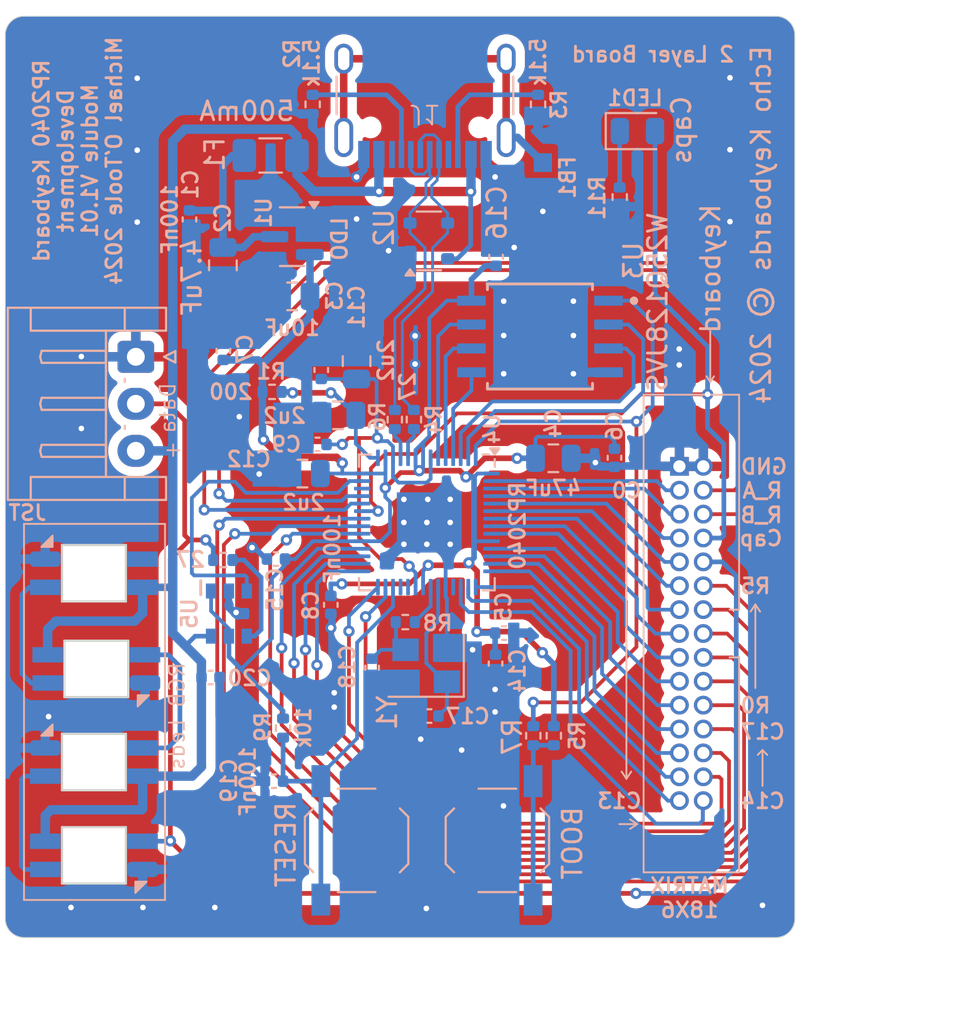
<source format=kicad_pcb>
(kicad_pcb (version 20240108) (generator "pcbnew") (generator_version "8.0")
  (title_block (title "Echo RP2040 Keyboard Module") (date "2024-12-21") (rev "1.01"))
  (layers (0 "F.Cu" signal) (31 "B.Cu" signal) (34 "B.Paste" user) (35 "F.Paste" user) (36 "B.SilkS" user "B.Silkscreen") (37 "F.SilkS" user "F.Silkscreen") (38 "B.Mask" user) (39 "F.Mask" user) (44 "Edge.Cuts" user))
  (net 0 "")
  (net 1 "Net-(BOOT1-B)")
  (net 2 "GND")
  (net 3 "+5V")
  (net 4 "+3V3")
  (net 5 "Net-(U4-VREG_VOUT)")
  (net 6 "Net-(U4-ADC_AVDD)")
  (net 7 "Net-(U4-XIN)")
  (net 8 "Net-(C18-Pad1)")
  (net 9 "NRST")
  (net 10 "VBUS")
  (net 11 "Net-(J1-SHIELD)")
  (net 12 "D-")
  (net 13 "D+")
  (net 14 "Net-(J1-CC2)")
  (net 17 "Net-(J1-CC1)")
  (net 18 "Net-(U4-USB_DP)")
  (net 19 "Net-(U4-USB_DM)")
  (net 20 "BOOT0")
  (net 21 "Net-(U4-XOUT)")
  (net 22 "RGB_DATA")
  (net 23 "Net-(U5-B)")
  (net 24 "Net-(U3-DI(IO0))")
  (net 25 "Net-(U3-DO(IO1))")
  (net 26 "Net-(U3-CLK)")
  (net 27 "Net-(U3-IO2)")
  (net 28 "Net-(U3-IO3)")
  (net 29 "COL7")
  (net 30 "RGB")
  (net 31 "ROW5")
  (net 32 "COL16")
  (net 33 "ROW3")
  (net 34 "COL2")
  (net 35 "COL0")
  (net 36 "COL4")
  (net 38 "COL9")
  (net 39 "COL14")
  (net 40 "COL11")
  (net 42 "COL1")
  (net 43 "COL6")
  (net 44 "COL8")
  (net 45 "COL10")
  (net 46 "COL5")
  (net 47 "ROW2")
  (net 48 "COL12")
  (net 49 "ROW1")
  (net 50 "ROW4")
  (net 51 "COL15")
  (net 52 "R_B")
  (net 53 "COL13")
  (net 54 "R_A")
  (net 55 "COL3")
  (net 56 "COL17")
  (net 57 "ROW0")
  (net 58 "Net-(RGB1-DOUT)")
  (net 59 "Net-(RGB2-DOUT)")
  (net 60 "Net-(RGB3-DOUT)")
  (net 62 "Caps")
  (net 63 "Net-(LED1-K)")
  (footprint "ScottoKeebs_Components:LED_SK6812MINI" (layer "F.Cu") (at 109.22 113.665)
    (property "Reference" "RGB2" (hide yes))
    (property "Value" "SK6812MINI" (hide yes))
    (fp_line (start -1.7 -1.5) (end -1.7 1.5) (stroke (width 0.12)) (layer "Edge.Cuts"))
    (fp_line (start -1.7 1.5) (end 1.7 1.5) (stroke (width 0.12)) (layer "Edge.Cuts"))
    (fp_line (start 1.7 -1.5) (end -1.7 -1.5) (stroke (width 0.12)) (layer "Edge.Cuts"))
    (fp_line (start 1.7 1.5) (end 1.7 -1.5) (stroke (width 0.12)) (layer "Edge.Cuts"))
  )
  (footprint "MyConnectors:IDC_2X15_1.27MM" (layer "F.Cu") (at 140.994999 106.83 -90)
    (property "Reference" "J3" (hide yes))
    (property "Value" "Conn_02x15_Odd_Even")
  )
  (footprint "ScottoKeebs_Components:LED_SK6812MINI" (layer "F.Cu") (at 109.22 118.627 180)
    (property "Reference" "RGB1" (hide yes))
    (property "Value" "SK6812MINI" (hide yes))
    (fp_line (start 1.7 1.5) (end 1.7 -1.5) (stroke (width 0.12)) (layer "Edge.Cuts"))
    (fp_line (start 1.7 -1.5) (end -1.7 -1.5) (stroke (width 0.12)) (layer "Edge.Cuts"))
    (fp_line (start -1.7 1.5) (end 1.7 1.5) (stroke (width 0.12)) (layer "Edge.Cuts"))
    (fp_line (start -1.7 -1.5) (end -1.7 1.5) (stroke (width 0.12)) (layer "Edge.Cuts"))
  )
  (footprint "ScottoKeebs_Components:LED_SK6812MINI" (layer "F.Cu") (at 109.22 103.623)
    (property "Reference" "RGB4" (hide yes))
    (property "Value" "SK6812MINI" (hide yes))
    (fp_line (start -1.7 -1.5) (end -1.7 1.5) (stroke (width 0.12)) (layer "Edge.Cuts"))
    (fp_line (start -1.7 1.5) (end 1.7 1.5) (stroke (width 0.12)) (layer "Edge.Cuts"))
    (fp_line (start 1.7 -1.5) (end -1.7 -1.5) (stroke (width 0.12)) (layer "Edge.Cuts"))
    (fp_line (start 1.7 1.5) (end 1.7 -1.5) (stroke (width 0.12)) (layer "Edge.Cuts"))
  )
  (footprint "ScottoKeebs_Components:LED_SK6812MINI" (layer "F.Cu") (at 109.347 108.712 180)
    (property "Reference" "RGB3" (hide yes))
    (property "Value" "SK6812MINI" (hide yes))
    (fp_line (start 1.7 1.5) (end 1.7 -1.5) (stroke (width 0.12)) (layer "Edge.Cuts"))
    (fp_line (start 1.7 -1.5) (end -1.7 -1.5) (stroke (width 0.12)) (layer "Edge.Cuts"))
    (fp_line (start -1.7 1.5) (end 1.7 1.5) (stroke (width 0.12)) (layer "Edge.Cuts"))
    (fp_line (start -1.7 -1.5) (end -1.7 1.5) (stroke (width 0.12)) (layer "Edge.Cuts"))
  )
  (footprint "Capacitor_SMD:C_0402_1005Metric" (layer "B.Cu") (at 121.3104 92.8142 90)
    (property "Reference" "C10" (hide yes))
    (property "Value" "100nF" (hide yes))
  )
  (footprint "Capacitor_SMD:C_0402_1005Metric" (layer "B.Cu") (at 127.0625 111.2182 180)
    (property "Reference" "C17")
    (property "Value" "15p")
  )
  (footprint "Capacitor_SMD:C_0402_1005Metric" (layer "B.Cu") (at 118.9 102.87 180)
    (property "Reference" "C15")
    (property "Value" "100nF" (hide yes))
  )
  (footprint "Capacitor_SMD:C_0805_2012Metric" (layer "B.Cu") (at 116.078 87.249 -90)
    (property "Reference" "C2")
    (property "Value" "4.7uF")
  )
  (footprint "Capacitor_SMD:C_0402_1005Metric" (layer "B.Cu") (at 124.0145 108.6502 -90)
    (property "Reference" "C18")
    (property "Value" "15p" (hide yes))
  )
  (footprint "Capacitor_SMD:C_0402_1005Metric" (layer "B.Cu") (at 131.0386 106.807)
    (property "Reference" "C5")
    (property "Value" "100nF" (hide yes))
  )
  (footprint "Button_Switch_SMD:SW_SPST_TL3342" (layer "B.Cu") (at 123.19 117.831 -90)
    (property "Reference" "RST1" (hide yes))
    (property "Value" "SW_SPST" (hide yes))
  )
  (footprint "Resistor_SMD:R_0402_1005Metric" (layer "B.Cu") (at 118.6942 93.98 180)
    (property "Reference" "R1")
    (property "Value" "200")
  )
  (footprint "MyConnectors:USB_C_31-M-12" (layer "B.Cu") (at 126.8248 77.3138)
    (property "Reference" "J1")
    (property "Value" "USB_C_Receptacle_USB2.0" (hide yes))
  )
  (footprint "Package_DFN_QFN:QFN-56-1EP_7x7mm_P0.4mm_EP3.2x3.2mm" (layer "B.Cu") (at 126.927 100.9227 180)
    (property "Reference" "U4")
    (property "Value" "RP2040")
  )
  (footprint "Connector_JST:JST_EH_S3B-EH_1x03_P2.50mm_Horizontal" (layer "B.Cu") (at 111.4477 92.115 -90)
    (property "Reference" "J2" (hide yes))
    (property "Value" "RGB_CON")
  )
  (footprint "Capacitor_SMD:C_0402_1005Metric" (layer "B.Cu") (at 121.1098 96.774 180)
    (property "Reference" "C9")
    (property "Value" "100nF" (hide yes))
  )
  (footprint "Resistor_SMD:R_0402_1005Metric" (layer "B.Cu") (at 119.2784 111.8596 -90)
    (property "Reference" "R9")
    (property "Value" "10k")
  )
  (footprint "Resistor_SMD:R_0402_1005Metric" (layer "B.Cu") (at 126.238 95.4512 -90)
    (property "Reference" "R4")
    (property "Value" "27")
  )
  (footprint "DevModules:BEADC1608X95N" (layer "B.Cu") (at 133.096 82.523 -90)
    (property "Reference" "FB1")
    (property "Value" "600R")
  )
  (footprint "Capacitor_SMD:C_0402_1005Metric" (layer "B.Cu") (at 121.8184 105.3058 -90)
    (property "Reference" "C8")
    (property "Value" "100nF")
  )
  (footprint "Capacitor_SMD:C_0805_2012Metric" (layer "B.Cu") (at 123.19 92.3442 90)
    (property "Reference" "C11")
    (property "Value" "2u2")
  )
  (footprint "Capacitor_SMD:C_0402_1005Metric" (layer "B.Cu") (at 136.906 97.4852 -90)
    (property "Reference" "C6")
    (property "Value" "100nF" (hide yes))
  )
  (footprint "Capacitor_SMD:C_0402_1005Metric" (layer "B.Cu") (at 115.42 109.17)
    (property "Reference" "C20")
    (property "Value" "100nF" (hide yes))
  )
  (footprint "Capacitor_SMD:C_0805_2012Metric" (layer "B.Cu") (at 133.6548 97.5106)
    (property "Reference" "C4")
    (property "Value" "47uF")
  )
  (footprint "Button_Switch_SMD:SW_SPST_TL3342" (layer "B.Cu") (at 130.678 117.831 -90)
    (property "Reference" "BOOT1" (hide yes))
    (property "Value" "SW_SPST" (hide yes))
  )
  (footprint "Resistor_SMD:R_0402_1005Metric" (layer "B.Cu") (at 137.1854 83.6188 -90)
    (property "Reference" "R11")
    (property "Value" "1K")
  )
  (footprint "Resistor_SMD:R_0402_1005Metric" (layer "B.Cu") (at 132.842 78.6892 -90)
    (property "Reference" "R3")
    (property "Value" "5.1k")
  )
  (footprint "Package_TO_SOT_SMD:SOT-143" (layer "B.Cu") (at 127.0318 85.9508)
    (property "Reference" "U2")
    (property "Value" "PRTR5V0U2X")
  )
  (footprint "Resistor_SMD:R_0402_1005Metric" (layer "B.Cu") (at 133.6802 112.266 -90)
    (property "Reference" "R5")
    (property "Value" "10k")
  )
  (footprint "Resistor_SMD:R_0402_1005Metric" (layer "B.Cu") (at 116.076 102.9208 180)
    (property "Reference" "R10" (hide yes))
    (property "Value" "27")
  )
  (footprint "Fuse:Fuse_1206_3216Metric" (layer "B.Cu") (at 118.618 81.407 180)
    (property "Reference" "F1")
    (property "Value" "500mA")
  )
  (footprint "Capacitor_SMD:C_0402_1005Metric" (layer "B.Cu") (at 130.6068 86.7944 90)
    (property "Reference" "C16")
    (property "Value" "100nF")
  )
  (footprint "LED_SMD:LED_0805_2012Metric" (layer "B.Cu") (at 138.1275 80.1116)
    (property "Reference" "LED1")
    (property "Value" "CAPS")
  )
  (footprint "Capacitor_SMD:C_0402_1005Metric" (layer "B.Cu") (at 118.7984 114.681 180)
    (property "Reference" "C19")
    (property "Value" "100nF")
  )
  (footprint "MyComponents:SOIC_128JVSIQ_WIN" (layer "B.Cu") (at 132.9436 91.0336 180)
    (property "Reference" "U3")
    (property "Value" "W25Q128JVS")
  )
  (footprint "Resistor_SMD:R_0402_1005Metric" (layer "B.Cu") (at 125.7808 106.2228)
    (property "Reference" "R8")
    (property "Value" "1k" (hide yes))
  )
  (footprint "Capacitor_SMD:C_0805_2012Metric" (layer "B.Cu") (at 119.761 88.9 180)
    (property "Reference" "C3")
    (property "Value" "10uF")
  )
  (footprint "Capacitor_SMD:C_0805_2012Metric" (layer "B.Cu") (at 120.3096 98.3234 180)
    (property "Reference" "C12")
    (property "Value" "2u2")
  )
  (footprint "Capacitor_SMD:C_0402_1005Metric" (layer "B.Cu") (at 114.3 84.808 -90)
    (property "Reference" "C1")
    (property "Value" "100nF")
  )
  (footprint "Resistor_SMD:R_0402_1005Metric" (layer "B.Cu") (at 120.8532 78.6892 90)
    (property "Reference" "R2")
    (property "Value" "5.1k")
  )
  (footprint "Capacitor_SMD:C_0402_1005Metric" (layer "B.Cu") (at 130.5814 108.43 -90)
    (property "Reference" "C14")
    (property "Value" "100nF" (hide yes))
  )
  (footprint "Crystal:Crystal_SMD_3225-4Pin_3.2x2.5mm" (layer "B.Cu") (at 126.8925 108.54395 180)
    (property "Reference" "Y1")
    (property "Value" "12Mhz" (hide yes))
  )
  (footprint "Resistor_SMD:R_0402_1005Metric" (layer "B.Cu") (at 132.588 112.266 90)
    (property "Reference" "R7")
    (property "Value" "1k")
  )
  (footprint "Package_TO_SOT_SMD:SOT-23" (layer "B.Cu") (at 119.761 85.725 180)
    (property "Reference" "U1")
    (property "Value" "XC6206PxxxMR-Regulator_Linear" (hide yes))
  )
  (footprint "Resistor_SMD:R_0402_1005Metric" (layer "B.Cu") (at 125.222 95.4532 -90)
    (property "Reference" "R6")
    (property "Value" "27")
  )
  (footprint "SOT:SOT-26" (layer "B.Cu") (at 116.4 105.77)
    (property "Reference" "U5")
    (property "Value" "74LVC1T45" (hide yes))
  )
  (footprint "Capacitor_SMD:C_0402_1005Metric" (layer "B.Cu") (at 116.1 91.8 90)
    (property "Reference" "C7")
    (property "Value" "100nF" (hide yes))
  )
  (footprint "Capacitor_SMD:C_0805_2012Metric" (layer "B.Cu") (at 122.1994 95.2246 180)
    (property "Reference" "C13" (hide yes))
    (property "Value" "2u2")
  )
  (gr_poly (pts (xy 120 84.165) (xy 120 85.95) (xy 121.85 85.95) (xy 121.85 87.8) (xy 126.3 87.8) (xy 126.3 86.3) (xy 125.35 86.3) (xy 125.3 84.15)) (stroke (width 0.1)) (fill solid) (layer "B.Cu") (net 2))
  (gr_poly (pts (xy 114 84.9) (xy 114 91.6) (xy 118 91.6) (xy 119.6 90) (xy 119.6 87.4) (xy 114.8 87.4) (xy 114.8 84.9)) (stroke (width 0.2)) (fill solid) (layer "B.Cu") (net 2))
  (gr_poly (pts (xy 129.9 82) (xy 129.9 86.7) (xy 137.6 86.7) (xy 137.6 83.8) (xy 135 83.8) (xy 135 82.7) (xy 132 82.7) (xy 132 82)) (stroke (width 0.2)) (fill solid) (layer "B.Cu") (net 2))
  (gr_poly (pts (xy 116.8 82.8) (xy 116.8 85.1) (xy 120 85.1) (xy 120 83.5) (xy 119.3 82.8)) (stroke (width 0.2)) (fill solid) (layer "B.Cu") (net 2))
  (gr_poly (pts (xy 120.29 91.96) (xy 120.29 94.66) (xy 120.79 94.66) (xy 120.78 91.96)) (stroke (width 0.1)) (fill solid) (layer "B.Cu") (net 2))
  (gr_poly (pts (xy 127.3 106.9) (xy 127.3 108.3) (xy 129.1 108.3) (xy 129.1 110.5) (xy 129.1 111.9) (xy 126.9 111.9) (xy 126.9 110.3) (xy 126.5 110.3) (xy 126.5 108.8) (xy 123.6 108.8) (xy 123.6 122.3) (xy 131.8 122.3) (xy 131.8 116.1) (xy 131.8 106.3) (xy 131.3 106.3) (xy 131.3 108.5) (xy 129.8 108.5) (xy 129.8 107.3) (xy 129 107.3) (xy 129 106.9)) (stroke (width 0.1)) (fill solid) (layer "B.Cu") (net 2))
  (gr_poly (pts (xy 117.7 98.97) (xy 117.7 97.15) (xy 118.8 97.15) (xy 118.8 94.6) (xy 121.8 94.6) (xy 121.8 96.1) (xy 120.85 96.1) (xy 120.85 97.2) (xy 120.2 97.2) (xy 120.2 98.97)) (stroke (width 0.1)) (fill solid) (layer "B.Cu") (net 2))
  (gr_poly (pts (xy 120.29 92.57) (xy 124.56 92.57) (xy 124.55 90.2) (xy 126.3 88.45) (xy 126.3 87.7) (xy 121.84 87.73) (xy 121.84 90.03) (xy 120.29 91.96)) (stroke (width 0.1)) (fill solid) (layer "B.Cu") (net 2))
  (gr_poly (pts (xy 130.555 88.613) (xy 135.382 88.613) (xy 135.382 93.472) (xy 130.555 93.472)) (stroke (width 0.2)) (fill solid) (layer "B.Cu") (net 2))
  (gr_poly (pts (xy 131.4 85.7) (xy 131.4 89.2) (xy 135.4 89.2) (xy 135.4 85.7)) (stroke (width 0.2)) (fill solid) (layer "B.Cu") (net 2))
  (gr_poly (pts (xy 132.2 78.9) (xy 132.2 79.7) (xy 134 79.7) (xy 134 82.8) (xy 135 82.8) (xy 135 78.9)) (stroke (width 0.2)) (fill solid) (layer "B.Cu") (net 2))
  (gr_line (start 142 93.45) (end 142.2 93.15) (stroke (width 0.1)) (layer "B.SilkS"))
  (gr_line (start 144.78 113.03) (end 145.034 113.284) (stroke (width 0.1)) (layer "B.SilkS"))
  (gr_line (start 113 101) (end 105.5 101) (stroke (width 0.1)) (layer "B.SilkS"))
  (gr_line (start 113 121) (end 113 101) (stroke (width 0.1)) (layer "B.SilkS"))
  (gr_line (start 137.541 99.822) (end 137.541 114.554) (stroke (width 0.1)) (layer "B.SilkS"))
  (gr_line (start 137.541 114.554) (end 137.287 114.173) (stroke (width 0.1)) (layer "B.SilkS"))
  (gr_line (start 142 90.75) (end 142 93.45) (stroke (width 0.1)) (layer "B.SilkS"))
  (gr_line (start 105.5 101) (end 105.5 121) (stroke (width 0.1)) (layer "B.SilkS"))
  (gr_line (start 144.78 113.03) (end 144.526 113.284) (stroke (width 0.1)) (layer "B.SilkS"))
  (gr_line (start 144.399 105.283) (end 144.653 105.664) (stroke (width 0.1)) (layer "B.SilkS"))
  (gr_line (start 105.5 121) (end 113 121) (stroke (width 0.1)) (layer "B.SilkS"))
  (gr_line (start 144.145 105.664) (end 144.399 105.283) (stroke (width 0.1)) (layer "B.SilkS"))
  (gr_line (start 137.16 116.967) (end 138.1125 116.967) (stroke (width 0.1)) (layer "B.SilkS"))
  (gr_line (start 138.1125 116.967) (end 137.7315 116.713) (stroke (width 0.1)) (layer "B.SilkS"))
  (gr_line (start 137.795 114.173) (end 137.541 114.554) (stroke (width 0.1)) (layer "B.SilkS"))
  (gr_line (start 144.78 114.935) (end 144.78 113.03) (stroke (width 0.1)) (layer "B.SilkS"))
  (gr_line (start 144.399 109.728) (end 144.399 105.283) (stroke (width 0.1)) (layer "B.SilkS"))
  (gr_line (start 142 93.45) (end 141.8 93.15) (stroke (width 0.1)) (layer "B.SilkS"))
  (gr_line (start 138.1125 116.967) (end 137.7315 117.221) (stroke (width 0.1)) (layer "B.SilkS"))
  (gr_arc (start 145.5 74) (mid 146.207107 74.292893) (end 146.5 75) (stroke (width 0.05)) (layer "Edge.Cuts"))
  (gr_arc (start 104.5 75) (mid 104.792893 74.292893) (end 105.5 74) (stroke (width 0.05)) (layer "Edge.Cuts"))
  (gr_line (start 146.5 122) (end 146.5 75) (stroke (width 0.05)) (layer "Edge.Cuts"))
  (gr_line (start 145.5 74) (end 105.5 74) (stroke (width 0.05)) (layer "Edge.Cuts"))
  (gr_line (start 104.5 75) (end 104.5 122) (stroke (width 0.05)) (layer "Edge.Cuts"))
  (gr_arc (start 146.5 122) (mid 146.207107 122.707107) (end 145.5 123) (stroke (width 0.05)) (layer "Edge.Cuts"))
  (gr_line (start 105.5 123) (end 145.5 123) (stroke (width 0.05)) (layer "Edge.Cuts"))
  (gr_arc (start 105.5 123) (mid 104.792893 122.707107) (end 104.5 122) (stroke (width 0.05)) (layer "Edge.Cuts"))
  (gr_text "Echo Keyboards © 2024" (at 145.29 75.48 90) (layer "B.SilkS") (effects (font (size 1 1)) (justify left bottom mirror)))
  (gr_text "R0" (at 145.288 111.125 0) (layer "B.SilkS") (effects (font (size 0.8 0.8) (thickness 0.15) (bold yes)) (justify left bottom mirror)))
  (gr_text "MATRIX\n18X6" (at 140.9 122 0) (layer "B.SilkS") (effects (font (size 0.8 0.8) (thickness 0.15) (bold yes)) (justify bottom mirror)))
  (gr_text "LDO" (at 122.75 84.6 90) (layer "B.SilkS") (effects (font (size 0.8 0.8)) (justify left bottom mirror)))
  (gr_text "Keyboard" (at 142.6 83.9 90) (layer "B.SilkS") (effects (font (size 1 1)) (justify left bottom mirror)))
  (gr_text "RP2040 Keyboard\nDevelopment\nModule V1.01\nMichael O'Toole 2024" (at 110.76 81.69 90) (layer "B.SilkS") (effects (font (size 0.8 0.8)) (justify bottom mirror)))
  (gr_text "C17" (at 146.05 112.522 0) (layer "B.SilkS") (effects (font (size 0.8 0.8) (thickness 0.15) (bold yes)) (justify left bottom mirror)))
  (gr_text "R5" (at 145.288 104.775 0) (layer "B.SilkS") (effects (font (size 0.8 0.8) (thickness 0.15) (bold yes)) (justify left bottom mirror)))
  (gr_text "Caps" (at 141.05 78.15 90) (layer "B.SilkS") (effects (font (size 1 1)) (justify left bottom mirror)))
  (gr_text "C13" (at 138.43 116.205 0) (layer "B.SilkS") (effects (font (size 0.8 0.8) (thickness 0.15) (bold yes)) (justify left bottom mirror)))
  (gr_text "C0" (at 138.43 99.695 0) (layer "B.SilkS") (effects (font (size 0.8 0.8) (thickness 0.15) (bold yes)) (justify left bottom mirror)))
  (gr_text "Data" (at 113.6142 93.4212 90) (layer "B.SilkS") (effects (font (size 0.8 0.8) (thickness 0.1)) (justify left bottom mirror)))
  (gr_text "2 Layer Board" (at 143.35 76.5 0) (layer "B.SilkS") (effects (font (size 0.8 0.8) (thickness 0.15) (bold yes)) (justify left bottom mirror)))
  (gr_text "Cap" (at 145.923 102.235 0) (layer "B.SilkS") (effects (font (size 0.8 0.8) (thickness 0.15) (bold yes)) (justify left bottom mirror)))
  (gr_text "R_A" (at 145.923 99.695 0) (layer "B.SilkS") (effects (font (size 0.8 0.8) (thickness 0.15) (bold yes)) (justify left bottom mirror)))
  (gr_text "GND" (at 146.177 98.425 0) (layer "B.SilkS") (effects (font (size 0.8 0.8) (thickness 0.15) (bold yes)) (justify left bottom mirror)))
  (gr_text "RESET" (at 120.015 115.697 90) (layer "B.SilkS") (effects (font (size 1 1)) (justify left bottom mirror)))
  (gr_text "R_B" (at 145.923 101 0) (layer "B.SilkS") (effects (font (size 0.8 0.8) (thickness 0.15) (bold yes)) (justify left bottom mirror)))
  (gr_text "BOOT" (at 135.255 115.951 90) (layer "B.SilkS") (effects (font (size 1 1)) (justify left bottom mirror)))
  (gr_text "JST" (at 106.77 100.88 0) (layer "B.SilkS") (effects (font (size 0.8 0.8) (thickness 0.15) (bold yes)) (justify left bottom mirror)))
  (gr_text "+" (at 113.8428 96.52 90) (layer "B.SilkS") (effects (font (size 0.8 0.8) (thickness 0.1)) (justify left bottom mirror)))
  (gr_text "C14" (at 146.05 116.205 0) (layer "B.SilkS") (effects (font (size 0.8 0.8) (thickness 0.15) (bold yes)) (justify left bottom mirror)))
  (gr_text "RGB Leds" (at 114.1 108.3 90) (layer "B.SilkS") (effects (font (size 0.8 0.8) (thickness 0.1)) (justify left bottom mirror)))
  (segment (start 132.588 112.776) (end 133.6802 112.776) (width 0.25) (layer "B.Cu") (net 1))
  (segment (start 132.588 114.671) (end 132.578 114.681) (width 0.25) (layer "B.Cu") (net 1))
  (segment (start 132.588 112.776) (end 132.588 114.671) (width 0.25) (layer "B.Cu") (net 1))
  (segment (start 132.578 120.981) (end 132.578 114.681) (width 0.25) (layer "B.Cu") (net 1))
  (segment (start 118.0084 98.3488) (end 118.0084 101.8816) (width 0.25) (layer "F.Cu") (net 2))
  (segment (start 117.983 98.3742) (end 118.0084 98.3488) (width 0.4) (layer "F.Cu") (net 2))
  (segment (start 118.0084 101.8816) (end 117.63 102.26) (width 0.25) (layer "F.Cu") (net 2))
  (segment (start 123.19 82.55) (end 123.19 84.7852) (width 0.4) (layer "F.Cu") (net 2))
  (via (at 126.6 112.45) (size 0.6) (drill 0.3) (layers "F.Cu" "B.Cu") (net 2))
  (via (at 108.55 95.925) (size 0.6) (drill 0.3) (layers "F.Cu" "B.Cu") (net 2))
  (via (at 108.55 92.1) (size 0.6) (drill 0.3) (layers "F.Cu" "B.Cu") (net 2))
  (via (at 111.52 84.95) (size 0.6) (drill 0.3) (layers "F.Cu" "B.Cu") (net 2))
  (via (at 140.35 92.55) (size 0.6) (drill 0.3) (layers "F.Cu" "B.Cu") (net 2))
  (via (at 130.556 109.8042) (size 0.6) (drill 0.3) (layers "F.Cu" "B.Cu") (net 2))
  (via (at 117.63 102.26) (size 0.6) (drill 0.3) (layers "F.Cu" "B.Cu") (net 2))
  (via (at 143.05 77.275) (size 0.6) (drill 0.3) (layers "F.Cu" "B.Cu") (net 2))
  (via (at 122 110.744) (size 0.6) (drill 0.3) (layers "F.Cu" "B.Cu") (net 2))
  (via (at 126.927 100.9227) (size 0.6) (drill 0.3) (layers "F.Cu" "B.Cu") (net 2))
  (via (at 131.0132 93.0148) (size 0.6) (drill 0.3) (layers "F.Cu" "B.Cu") (net 2))
  (via (at 122 109.982) (size 0.6) (drill 0.3) (layers "F.Cu" "B.Cu") (net 2))
  (via (at 131.0132 89.154) (size 0.6) (drill 0.3) (layers "F.Cu" "B.Cu") (net 2))
  (via (at 116.95 95.3) (size 0.6) (drill 0.3) (layers "F.Cu" "B.Cu") (net 2))
  (via (at 131 116) (size 0.6) (drill 0.3) (layers "F.Cu" "B.Cu") (net 2))
  (via (at 123.19 82.55) (size 0.6) (drill 0.3) (layers "F.Cu" "B.Cu") (net 2))
  (via (at 131.0132 90.9828) (size 0.6) (drill 0.3) (layers "F.Cu" "B.Cu") (net 2))
  (via (at 133.096 84.3788) (size 0.6) (drill 0.3) (layers "F.Cu" "B.Cu") (net 2))
  (via (at 123.19 84.7852) (size 0.6) (drill 0.3) (layers "F.Cu" "B.Cu") (net 2))
  (via (at 126.927 102.0826) (size 0.6) (drill 0.3) (layers "F.Cu" "B.Cu") (net 2))
  (via (at 130.556004 82.549996) (size 0.6) (drill 0.3) (layers "F.Cu" "B.Cu") (net 2))
  (via (at 125.7046 99.695) (size 0.6) (drill 0.3) (layers "F.Cu" "B.Cu") (net 2))
  (via (at 118.0084 98.3488) (size 0.6) (drill 0.3) (layers "F.Cu" "B.Cu") (net 2))
  (via (at 125.7046 102.0826) (size 0.6) (drill 0.3) (layers "F.Cu" "B.Cu") (net 2))
  (via (at 121.8184 106.5276) (size 0.6) (drill 0.3) (layers "F.Cu" "B.Cu") (net 2))
  (via (at 129.36015 107.69395) (size 0.6) (drill 0.3) (layers "F.Cu" "B.Cu") (net 2))
  (via (at 134.7216 89.154) (size 0.6) (drill 0.3) (layers "F.Cu" "B.Cu") (net 2))
  (via (at 128.1684 99.695) (size 0.6) (drill 0.3) (layers "F.Cu" "B.Cu") (net 2))
  (via (at 134.7216 90.9828) (size 0.6) (drill 0.3) (layers "F.Cu" "B.Cu") (net 2))
  (via (at 126.3 91) (size 0.6) (drill 0.3) (layers "F.Cu" "B.Cu") (net 2))
  (via (at 111.52 81.125) (size 0.6) (drill 0.3) (layers "F.Cu" "B.Cu") (net 2))
  (via (at 128.1684 100.9227) (size 0.6) (drill 0.3) (layers "F.Cu" "B.Cu") (net 2))
  (via (at 116.78 105.71) (size 0.6) (drill 0.3) (layers "F.Cu" "B.Cu") (net 2))
  (via (at 124.8918 86.472) (size 0.6) (drill 0.3) (layers "F.Cu" "B.Cu") (net 2))
  (via (at 143.05 81.1) (size 0.6) (drill 0.3) (layers "F.Cu" "B.Cu") (net 2))
  (via (at 126.9 121.45) (size 0.6) (drill 0.3) (layers "F.Cu" "B.Cu") (net 2))
  (via (at 128.778 113.028) (size 0.6) (drill 0.3) (layers "F.Cu" "B.Cu") (net 2))
  (via (at 135.89 97.7392) (size 0.6) (drill 0.3) (layers "F.Cu" "B.Cu") (net 2))
  (via (at 111.825 121.4) (size 0.6) (drill 0.3) (layers "F.Cu" "B.Cu") (net 2))
  (via (at 108 121.4) (size 0.6) (drill 0.3) (layers "F.Cu" "B.Cu") (net 2))
  (via (at 126.3 92.5) (size 0.6) (drill 0.3) (layers "F.Cu" "B.Cu") (net 2))
  (via (at 140.35 91.7) (size 0.6) (drill 0.3) (layers "F.Cu" "B.Cu") (net 2))
  (via (at 111.52 77.3) (size 0.6) (drill 0.3) (layers "F.Cu" "B.Cu") (net 2))
  (via (at 125.7046 100.9227) (size 0.6) (drill 0.3) (layers "F.Cu" "B.Cu") (net 2))
  (via (at 106.806998 111.249) (size 0.6) (drill 0.3) (layers "F.Cu" "B.Cu") (net 2))
  (via (at 134.7216 93.0148) (size 0.6) (drill 0.3) (layers "F.Cu" "B.Cu") (net 2))
  (via (at 131.572 86.299675) (size 0.6) (drill 0.3) (layers "F.Cu" "B.Cu") (net 2))
  (via (at 144.78 121.285) (size 0.6) (drill 0.3) (layers "F.Cu" "B.Cu") (net 2))
  (via (at 128.1684 102.0826) (size 0.6) (drill 0.3) (layers "F.Cu" "B.Cu") (net 2))
  (via (at 130.556 111) (size 0.6) (drill 0.3) (layers "F.Cu" "B.Cu") (net 2))
  (via (at 143.05 84.925) (size 0.6) (drill 0.3) (layers "F.Cu" "B.Cu") (net 2))
  (via (at 126.9746 99.695) (size 0.6) (drill 0.3) (layers "F.Cu" "B.Cu") (net 2))
  (via (at 115.65 121.4) (size 0.6) (drill 0.3) (layers "F.Cu" "B.Cu") (net 2))
  (segment (start 116.4 104.57) (end 116.4 105.33) (width 0.25) (layer "B.Cu") (net 2))
  (segment (start 134.6048 97.5106) (end 135.6614 97.5106) (width 0.4) (layer "B.Cu") (net 2))
  (segment (start 130.556 111) (end 128.778 112.778) (width 0.4) (layer "B.Cu") (net 2))
  (segment (start 118.394596 102.895404) (end 118.42 102.87) (width 0.25) (layer "B.Cu") (net 2))
  (segment (start 114.6658 88.199) (end 114.3 87.8332) (width 0.4) (layer "B.Cu") (net 2))
  (segment (start 125.09 120.981) (end 125.09 114.681) (width 0.4) (layer "B.Cu") (net 2))
  (segment (start 118.394596 102.895404) (end 117.759192 102.26) (width 0.3) (layer "B.Cu") (net 2))
  (segment (start 134.8646 92.9386) (end 132.9685 91.0425) (width 0.4) (layer "B.Cu") (net 2))
  (segment (start 119.3596 97.2516) (end 119.8372 96.774) (width 0.4) (layer "B.Cu") (net 2))
  (segment (start 125.09 114.681) (end 128.778 114.681) (width 0.4) (layer "B.Cu") (net 2))
  (segment (start 130.5814 109.9058) (end 130.5814 108.91) (width 0.3048) (layer "B.Cu") (net 2))
  (segment (start 129.36015 108.8286) (end 129.44155 108.91) (width 0.3048) (layer "B.Cu") (net 2))
  (segment (start 125.7925 109.39395) (end 125.7925 110.7303) (width 0.3048) (layer "B.Cu") (net 2))
  (segment (start 123.5748 81.3588) (end 123.5748 82.1652) (width 0.4) (layer "B.Cu") (net 2))
  (segment (start 131.5186 106.807) (end 131.5186 108.74) (width 0.3048) (layer "B.Cu") (net 2))
  (segment (start 129.44155 108.91) (end 130.5814 108.91) (width 0.2) (layer "B.Cu") (net 2))
  (segment (start 119.3596 98.3234) (end 118.0338 98.3234) (width 0.4) (layer "B.Cu") (net 2))
  (segment (start 125.09 120.981) (end 128.778 120.981) (width 0.4) (layer "B.Cu") (net 2))
  (segment (start 127.927 101.9227) (end 126.927 100.9227) (width 0.2) (layer "B.Cu") (net 2))
  (segment (start 106.631 111.424998) (end 106.806998 111.249) (width 0.4) (layer "B.Cu") (net 2))
  (segment (start 118.0338 98.3234) (end 118.0084 98.3488) (width 0.2) (layer "B.Cu") (net 2))
  (segment (start 130.0748 82.068792) (end 130.556004 82.549996) (width 0.4) (layer "B.Cu") (net 2))
  (segment (start 133.096 83.258) (end 133.096 84.3788) (width 0.4) (layer "B.Cu") (net 2))
  (segment (start 130.6068 86.3144) (end 131.557275 86.3144) (width 0.4) (layer "B.Cu") (net 2))
  (segment (start 116.1 88.221) (end 116.078 88.199) (width 0.4) (layer "B.Cu") (net 2))
  (segment (start 126.2804 111.2182) (end 126.5825 111.2182) (width 0.3048) (layer "B.Cu") (net 2))
  (segment (start 116.078 88.199) (end 114.6658 88.199) (width 0.4) (layer "B.Cu") (net 2))
  (segment (start 125.7925 109.39395) (end 124.27825 109.39395) (width 0.2) (layer "B.Cu") (net 2))
  (segment (start 128.778 114.681) (end 128.778 113.028) (width 0.4) (layer "B.Cu") (net 2))
  (segment (start 127.9925 107.69395) (end 129.36015 107.69395) (width 0.3048) (layer "B.Cu") (net 2))
  (segment (start 136.116 97.9652) (end 135.6614 97.5106) (width 0.254) (layer "B.Cu") (net 2))
  (segment (start 126.0318 86.7008) (end 125.1206 86.7008) (width 0.3) (layer "B.Cu") (net 2))
  (segment (start 123.5748 82.1652) (end 123.19 82.55) (width 0.4) (layer "B.Cu") (net 2))
  (segment (start 127.927 104.3602) (end 127.927 104.9) (width 0.2) (layer "B.Cu") (net 2))
  (segment (start 121.8184 105.7858) (end 121.8184 106.5276) (width 0.25) (layer "B.Cu") (net 2))
  (segment (start 111.936 109.462) (end 111.936 110.813) (width 0.4) (layer "B.Cu") (net 2))
  (segment (start 131.557275 86.3144) (end 131.572 86.299675) (width 0.4) (layer "B.Cu") (net 2))
  (segment (start 115.9 109.17) (end 115.9 112.2626) (width 0.25) (layer "B.Cu") (net 2))
  (segment (start 119.3596 98.3234) (end 119.3596 97.2516) (width 0.4) (layer "B.Cu") (net 2))
  (segment (start 111.5 111.249) (end 106.806998 111.249) (width 0.4) (layer "B.Cu") (net 2))
  (segment (start 135.6614 97.5106) (end 135.89 97.7392) (width 0.4) (layer "B.Cu") (net 2))
  (segment (start 117.759192 102.26) (end 117.63 102.26) (width 0.3) (layer "B.Cu") (net 2))
  (segment (start 125.09 114.681) (end 125.09 110.09645) (width 0.4) (layer "B.Cu") (net 2))
  (segment (start 125.09 110.09645) (end 125.7925 109.39395) (width 0.4) (layer "B.Cu") (net 2))
  (segment (start 121.2494 95.2246) (end 120.6552 95.2246) (width 0.3) (layer "B.Cu") (net 2))
  (segment (start 131.5186 108.74) (end 131.3486 108.91) (width 0.3048) (layer "B.Cu") (net 2))
  (segment (start 128.778 112.778) (end 128.778 113.028) (width 0.4) (layer "B.Cu") (net 2))
  (segment (start 120.6298 92.4762) (end 120.7718 92.3342) (width 0.3048) (layer "B.Cu") (net 2))
  (segment (start 131.3486 108.91) (end 129.44155 108.91) (width 0.3048) (layer "B.Cu") (net 2))
  (segment (start 119.8372 96.774) (end 120.6298 96.774) (width 0.4) (layer "B.Cu") (net 2))
  (segment (start 121.2494 95.2246) (end 121.249402 95.2246) (width 0.3) (layer "B.Cu") (net 2))
  (segment (start 136.906 97.9652) (end 136.116 97.9652) (width 0.4) (layer "B.Cu") (net 2))
  (segment (start 123.1798 84.775) (end 123.19 84.7852) (width 0.4) (layer "B.Cu") (net 2))
  (segment (start 128.778 120.981) (end 128.778 114.681) (width 0.4) (layer "B.Cu") (net 2))
  (segment (start 115.9 112.2626) (end 118.3184 114.681) (width 0.25) (layer "B.Cu") (net 2))
  (segment (start 130.556 111) (end 130.556 109.8042) (width 0.4) (layer "B.Cu") (net 2))
  (segment (start 123.19 91.3942) (end 124.8918 89.6924) (width 0.3) (layer "B.Cu") (net 2))
  (segment (start 120.6298 96.774) (end 120.6298 92.4762) (width 0.3048) (layer "B.Cu") (net 2))
  (segment (start 136.116 97.9652) (end 135.89 97.7392) (width 0.4) (layer "B.Cu") (net 2))
  (segment (start 131.264008 83.258) (end 130.556004 82.549996) (width 0.4) (layer "B.Cu") (net 2))
  (segment (start 116.4 105.33) (end 116.78 105.71) (width 0.25) (layer "B.Cu") (net 2))
  (segment (start 133.096 83.258) (end 131.264008 83.258) (width 0.4) (layer "B.Cu") (net 2))
  (segment (start 121.5848 91.3942) (end 123.19 91.3942) (width 0.3) (layer "B.Cu") (net 2))
  (segment (start 121.3104 91.6686) (end 121.5848 91.3942) (width 0.3) (layer "B.Cu") (net 2))
  (segment (start 114.3 85.288) (end 114.3 87.8332) (width 0.4) (layer "B.Cu") (net 2))
  (segment (start 124.27825 109.39395) (end 124.0145 109.1302) (width 0.2) (layer "B.Cu") (net 2))
  (segment (start 125.7925 110.7303) (end 126.2804 111.2182) (width 0.3048) (layer "B.Cu") (net 2))
  (segment (start 127.9925 104.9655) (end 127.9925 107.69395) (width 0.2) (layer "B.Cu") (net 2))
  (segment (start 125.1206 86.7008) (end 124.8918 86.472) (width 0.3) (layer "B.Cu") (net 2))
  (segment (start 116.1 91.32) (end 116.1 88.221) (width 0.4) (layer "B.Cu") (net 2))
  (segment (start 127.927 104.9) (end 127.9925 104.9655) (width 0.2) (layer "B.Cu") (net 2))
  (segment (start 120.6985 84.775) (end 123.1798 84.775) (width 0.4) (layer "B.Cu") (net 2))
  (segment (start 129.36015 107.69395) (end 129.36015 108.8286) (width 0.3048) (layer "B.Cu") (net 2))
  (segment (start 129.3622 107.696) (end 129.36015 107.69395) (width 0.2) (layer "B.Cu") (net 2))
  (segment (start 127.927 104.3602) (end 127.927 101.9227) (width 0.2) (layer "B.Cu") (net 2))
  (segment (start 106.631 112.915) (end 106.631 111.424998) (width 0.4) (layer "B.Cu") (net 2))
  (segment (start 136.5885 92.9386) (end 134.8646 92.9386) (width 0.4) (layer "B.Cu") (net 2))
  (segment (start 120.7718 92.3342) (end 121.3104 92.3342) (width 0.3048) (layer "B.Cu") (net 2))
  (segment (start 130.0748 81.3588) (end 130.0748 82.068792) (width 0.4) (layer "B.Cu") (net 2))
  (segment (start 121.3104 92.3342) (end 121.3104 91.6686) (width 0.3) (layer "B.Cu") (net 2))
  (segment (start 124.8918 89.6924) (end 124.8918 86.472) (width 0.3) (layer "B.Cu") (net 2))
  (segment (start 111.936 110.813) (end 111.5 111.249) (width 0.4) (layer "B.Cu") (net 2))
  (segment (start 116.078 86.299) (end 116.078 81.915) (width 0.4) (layer "B.Cu") (net 3))
  (segment (start 115.978 84.328) (end 116.078 84.428) (width 0.4) (layer "B.Cu") (net 3))
  (segment (start 116.586 81.407) (end 117.218 81.407) (width 0.4) (layer "B.Cu") (net 3))
  (segment (start 117.155 86.299) (end 117.729 85.725) (width 0.4) (layer "B.Cu") (net 3))
  (segment (start 114.3 84.328) (end 115.978 84.328) (width 0.4) (layer "B.Cu") (net 3))
  (segment (start 116.078 86.299) (end 117.155 86.299) (width 0.4) (layer "B.Cu") (net 3))
  (segment (start 116.078 84.428) (end 116.078 86.299) (width 0.4) (layer "B.Cu") (net 3))
  (segment (start 117.729 85.725) (end 118.8235 85.725) (width 0.4) (layer "B.Cu") (net 3))
  (segment (start 116.078 81.915) (end 116.586 81.407) (width 0.4) (layer "B.Cu") (net 3))
  (segment (start 129.159 103.0732) (end 129.6 103.5142) (width 0.3) (layer "F.Cu") (net 4))
  (segment (start 122.1232 97.4598) (end 119.1768 97.4598) (width 0.4) (layer "F.Cu") (net 4))
  (segment (start 131.953 106.7308) (end 129.5908 106.7308) (width 0.3) (layer "F.Cu") (net 4))
  (segment (start 128.6764 98.171) (end 126.5174 98.171) (width 0.3) (layer "F.Cu") (net 4))
  (segment (start 133.0706 107.8484) (end 131.953 106.7308) (width 0.3) (layer "F.Cu") (net 4))
  (segment (start 129.6 103.5142) (end 129.6 106.7216) (width 0.3) (layer "F.Cu") (net 4))
  (segment (start 127 103.2002) (end 126.009399 104.190801) (width 0.25) (layer "F.Cu") (net 4))
  (segment (start 129.6 106.7216) (end 129.5908 106.7308) (width 0.3) (layer "F.Cu") (net 4))
  (segment (start 122.402601 104.190801) (end 122.4026 104.1908) (width 0.25) (layer "F.Cu") (net 4))
  (segment (start 119.1768 97.4598) (end 118.237 96.52) (width 0.4) (layer "F.Cu") (net 4))
  (segment (start 125.5268 98.2726) (end 126.4158 98.2726) (width 0.25) (layer "F.Cu") (net 4))
  (segment (start 126.4158 98.2726) (end 126.5174 98.171) (width 0.25) (layer "F.Cu") (net 4))
  (segment (start 124.714 99.0854) (end 125.5268 98.2726) (width 0.25) (layer "F.Cu") (net 4))
  (segment (start 129.0066 98.5012) (end 128.6764 98.171) (width 0.3) (layer "F.Cu") (net 4))
  (segment (start 129.0066 98.5012) (end 129.9972 97.5106) (width 0.3) (layer "F.Cu") (net 4))
  (segment (start 126.009399 104.190801) (end 122.402601 104.190801) (width 0.25) (layer "F.Cu") (net 4))
  (segment (start 129.9972 97.5106) (end 131.7244 97.5106) (width 0.3) (layer "F.Cu") (net 4))
  (segment (start 122.428 97.7646) (end 122.1232 97.4598) (width 0.4) (layer "F.Cu") (net 4))
  (segment (start 129.159 103.0732) (end 129.032 103.2002) (width 0.2) (layer "F.Cu") (net 4))
  (segment (start 129.032 103.2002) (end 127 103.2002) (width 0.3) (layer "F.Cu") (net 4))
  (via (at 129.5908 106.7308) (size 0.6) (drill 0.3) (layers "F.Cu" "B.Cu") (net 4))
  (via (at 129.0066 98.5012) (size 0.6) (drill 0.3) (layers "F.Cu" "B.Cu") (net 4))
  (via (at 124.714 99.0854) (size 0.6) (drill 0.3) (layers "F.Cu" "B.Cu") (net 4))
  (via (at 129.159 103.0732) (size 0.6) (drill 0.3) (layers "F.Cu" "B.Cu") (net 4))
  (via (at 133.0706 107.8484) (size 0.6) (drill 0.3) (layers "F.Cu" "B.Cu") (net 4))
  (via (at 122.428 97.7646) (size 0.6) (drill 0.3) (layers "F.Cu" "B.Cu") (net 4))
  (via (at 118.237 96.52) (size 0.6) (drill 0.3) (layers "F.Cu" "B.Cu") (net 4))
  (via (at 122.4026 104.1908) (size 0.6) (drill 0.3) (layers "F.Cu" "B.Cu") (net 4))
  (via (at 131.7244 97.5106) (size 0.6) (drill 0.3) (layers "F.Cu" "B.Cu") (net 4))
  (via (at 126.5174 98.171) (size 0.6) (drill 0.3) (layers "F.Cu" "B.Cu") (net 4))
  (via (at 127 103.2002) (size 0.6) (drill 0.3) (layers "F.Cu" "B.Cu") (net 4))
  (segment (start 121.8184 104.190804) (end 121.818404 104.1908) (width 0.25) (layer "B.Cu") (net 4))
  (segment (start 126.727 97.9614) (end 126.5174 98.171) (width 0.2) (layer "B.Cu") (net 4))
  (segment (start 124.727 99.0724) (end 124.714 99.0854) (width 0.2) (layer "B.Cu") (net 4))
  (segment (start 118.69 107.08) (end 117.05 108.72) (width 0.2) (layer "B.Cu") (net 4))
  (segment (start 129.6169 98.3227) (end 129.4384 98.5012) (width 0.2) (layer "B.Cu") (net 4))
  (segment (start 123.4895 98.3227) (end 124.714 98.3227) (width 0.2) (layer "B.Cu") (net 4))
  (segment (start 119.38 103.2) (end 118.69 103.89) (width 0.2) (layer "B.Cu") (net 4))
  (segment (start 126.727 97.4852) (end 126.727 97.9614) (width 0.2) (layer "B.Cu") (net 4))
  (segment (start 126.727 103.4732) (end 127 103.2002) (width 0.2) (layer "B.Cu") (net 4))
  (segment (start 130.5586 106.807) (end 130.5586 107.9272) (width 0.3) (layer "B.Cu") (net 4))
  (segment (start 120.711 86.6875) (end 120.6985 86.675) (width 0.4) (layer "B.Cu") (net 4))
  (segment (start 119.38 102.87) (end 119.9134 102.87) (width 0.2) (layer "B.Cu") (net 4))
  (segment (start 119.38 102.87) (end 119.38 103.2) (width 0.2) (layer "B.Cu") (net 4))
  (segment (start 121.818404 104.1908) (end 122.4026 104.1908) (width 0.25) (layer "B.Cu") (net 4))
  (segment (start 116.1 92.28) (end 117.9554 92.28) (width 0.4) (layer "B.Cu") (net 4))
  (segment (start 116.4 106.97) (end 116.4 108.07) (width 0.25) (layer "B.Cu") (net 4))
  (segment (start 126.727 96.666) (end 127.0508 96.3422) (width 0.2) (layer "B.Cu") (net 4))
  (segment (start 129.667 106.807) (end 129.5908 106.7308) (width 0.2) (layer "B.Cu") (net 4))
  (segment (start 136.906 96.5962) (end 136.906 97.0052) (width 0.2) (layer "B.Cu") (net 4))
  (segment (start 122.428 98.3227) (end 122.428 97.7646) (width 0.2) (layer "B.Cu") (net 4))
  (segment (start 129.2987 87.9983) (end 129.2987 89.1286) (width 0.3) (layer "B.Cu") (net 4))
  (segment (start 133.6802 111.756) (end 133.6802 108.458) (width 0.3) (layer "B.Cu") (net 4))
  (segment (start 126.327 97.9806) (end 126.5174 98.171) (width 0.2) (layer "B.Cu") (net 4))
  (segment (start 120.8607 101.9227) (end 123.4895 101.9227) (width 0.2) (layer "B.Cu") (net 4))
  (segment (start 132.7048 97.5106) (end 132.7048 96.4794) (width 0.2) (layer "B.Cu") (net 4))
  (segment (start 127.0508 90.0684) (end 127.9906 89.1286) (width 0.2) (layer "B.Cu") (net 4))
  (segment (start 132.8166 96.3676) (end 136.6774 96.3676) (width 0.2) (layer "B.Cu") (net 4))
  (segment (start 130.0226 87.2744) (end 129.2987 87.9983) (width 0.3) (layer "B.Cu") (net 4))
  (segment (start 124.727 97.4852) (end 124.727 99.0724) (width 0.2) (layer "B.Cu") (net 4))
  (segment (start 121.2603 98.3227) (end 121.2596 98.3234) (width 0.2) (layer "B.Cu") (net 4))
  (segment (start 136.6774 96.3676) (end 136.906 96.5962) (width 0.2) (layer "B.Cu") (net 4))
  (segment (start 116.4 106.58) (end 116.4 106.97) (width 0.2) (layer "B.Cu") (net 4))
  (segment (start 127.0508 96.3422) (end 127.0508 90.0684) (width 0.2) (layer "B.Cu") (net 4))
  (segment (start 118.1842 92.5088) (end 120.711 89.982) (width 0.4) (layer "B.Cu") (net 4))
  (segment (start 121.8184 104.8258) (end 121.8184 104.190804) (width 0.25) (layer "B.Cu") (net 4))
  (segment (start 130.5586 107.9272) (end 130.5814 107.95) (width 0.2) (layer "B.Cu") (net 4))
  (segment (start 116.4 108.07) (end 119.2784 110.9484) (width 0.25) (layer "B.Cu") (net 4))
  (segment (start 126.327 97.4852) (end 126.327 97.9806) (width 0.2) (layer "B.Cu") (net 4))
  (segment (start 118.1842 96.4672) (end 118.1842 92.5088) (width 0.4) (layer "B.Cu") (net 4))
  (segment (start 124.968 101.4326) (end 124.968 99.822) (width 0.2) (layer "B.Cu") (net 4))
  (segment (start 119.2784 110.9484) (end 119.2784 111.3496) (width 0.25) (layer "B.Cu") (net 4))
  (segment (start 129.4384 98.5012) (end 129.4384 102.7938) (width 0.3) (layer "B.Cu") (net 4))
  (segment (start 127.9906 89.1286) (end 129.2987 89.1286) (width 0.2) (layer "B.Cu") (net 4))
  (segment (start 130.5586 106.807) (end 129.667 106.807) (width 0.3) (layer "B.Cu") (net 4))
  (segment (start 115.45 104.57) (end 115.45 105.63) (width 0.2) (layer "B.Cu") (net 4))
  (segment (start 118.237 96.52) (end 118.1842 96.4672) (width 0.4) (layer "B.Cu") (net 4))
  (segment (start 118.69 103.89) (end 118.69 107.08) (width 0.2) (layer "B.Cu") (net 4))
  (segment (start 120.711 89.982) (end 120.711 88.9) (width 0.4) (layer "B.Cu") (net 4))
  (segment (start 126.727 97.4852) (end 126.727 96.666) (width 0.2) (layer "B.Cu") (net 4))
  (segment (start 130.6068 87.2744) (end 130.0226 87.2744) (width 0.3) (layer "B.Cu") (net 4))
  (segment (start 130.3645 101.9227) (end 129.4459 101.9227) (width 0.2) (layer "B.Cu") (net 4))
  (segment (start 117.9554 92.28) (end 118.1842 92.5088) (width 0.4) (layer "B.Cu") (net 4))
  (segment (start 132.7048 96.4794) (end 132.8166 96.3676) (width 0.2) (layer "B.Cu") (net 4))
  (segment (start 129.0066 98.5012) (end 129.4384 98.5012) (width 0.3) (layer "B.Cu") (net 4))
  (segment (start 131.7244 97.5106) (end 132.7048 97.5106) (width 0.3) (layer "B.Cu") (net 4))
  (segment (start 115.45 105.63) (end 116.4 106.58) (width 0.2) (layer "B.Cu") (net 4))
  (segment (start 130.3645 98.3227) (end 129.6169 98.3227) (width 0.2) (layer "B.Cu") (net 4))
  (segment (start 123.4895 98.3227) (end 122.428 98.3227) (width 0.2) (layer "B.Cu") (net 4))
  (segment (start 119.9134 102.87) (end 120.8607 101.9227) (width 0.2) (layer "B.Cu") (net 4))
  (segment (start 120.711 88.9) (end 120.711 86.6875) (width 0.4) (layer "B.Cu") (net 4))
  (segment (start 132.969 107.7468) (end 133.0706 107.8484) (width 0.3) (layer "B.Cu") (net 4))
  (segment (start 126.327 97.4852) (end 126.327 97.066) (width 0.2) (layer "B.Cu") (net 4))
  (segment (start 126.327 97.066) (end 126.727 96.666) (width 0.2) (layer "B.Cu") (net 4))
  (segment (start 123.4895 101.9227) (end 124.4779 101.9227) (width 0.2) (layer "B.Cu") (net 4))
  (segment (start 124.4779 101.9227) (end 124.968 101.4326) (width 0.2) (layer "B.Cu") (net 4))
  (segment (start 124.714 99.568) (end 124.714 99.0854) (width 0.2) (layer "B.Cu") (net 4))
  (segment (start 126.727 104.3602) (end 126.727 103.4732) (width 0.2) (layer "B.Cu") (net 4))
  (segment (start 124.968 99.822) (end 124.714 99.568) (width 0.2) (layer "B.Cu") (net 4))
  (segment (start 133.6802 108.458) (end 133.0706 107.8484) (width 0.3) (layer "B.Cu") (net 4))
  (segment (start 122.428 98.3227) (end 121.2603 98.3227) (width 0.2) (layer "B.Cu") (net 4))
  (segment (start 129.4384 102.7938) (end 129.159 103.0732) (width 0.3) (layer "B.Cu") (net 4))
  (segment (start 125.603 102.87) (end 124.46 102.87) (width 0.2) (layer "F.Cu") (net 5))
  (segment (start 122.7709 96.4311) (end 124.2949 96.4311) (width 0.2) (layer "F.Cu") (net 5))
  (segment (start 122.428 96.774) (end 122.7709 96.4311) (width 0.2) (layer "F.Cu") (net 5))
  (segment (start 123.317 101.727) (end 123.317 96.4311) (width 0.2) (layer "F.Cu") (net 5))
  (segment (start 125.984 103.251) (end 125.603 102.87) (width 0.2) (layer "F.Cu") (net 5))
  (segment (start 124.46 102.87) (end 123.317 101.727) (width 0.2) (layer "F.Cu") (net 5))
  (via (at 122.428 96.774) (size 0.6) (drill 0.3) (layers "F.Cu" "B.Cu") (net 5))
  (via (at 125.984 103.251) (size 0.6) (drill 0.3) (layers "F.Cu" "B.Cu") (net 5))
  (via (at 124.2949 96.4311) (size 0.6) (drill 0.3) (layers "F.Cu" "B.Cu") (net 5))
  (segment (start 126.327 104.3602) (end 126.327 103.594) (width 0.2) (layer "B.Cu") (net 5))
  (segment (start 124.1298 93.2942) (end 123.19 93.2942) (width 0.2) (layer "B.Cu") (net 5))
  (segment (start 127.127 98.6028) (end 127.127 97.4852) (width 0.2) (layer "B.Cu") (net 5))
  (segment (start 124.46 96.5962) (end 124.2949 96.4311) (width 0.2) (layer "B.Cu") (net 5))
  (segment (start 125.127 97.4852) (end 125.127 96.8822) (width 0.2) (layer "B.Cu") (net 5))
  (segment (start 126.9238 98.806) (end 127.127 98.6028) (width 0.2) (layer "B.Cu") (net 5))
  (segment (start 125.127 97.4852) (end 125.127 98.5078) (width 0.2) (layer "B.Cu") (net 5))
  (segment (start 125.4252 98.806) (end 126.9238 98.806) (width 0.2) (layer "B.Cu") (net 5))
  (segment (start 124.841 96.5962) (end 124.46 96.5962) (width 0.2) (layer "B.Cu") (net 5))
  (segment (start 125.127 96.8822) (end 124.841 96.5962) (width 0.2) (layer "B.Cu") (net 5))
  (segment (start 123.19 93.2942) (end 121.3104 93.2942) (width 0.2) (layer "B.Cu") (net 5))
  (segment (start 124.2568 96.393) (end 124.2568 93.4212) (width 0.2) (layer "B.Cu") (net 5))
  (segment (start 125.127 98.5078) (end 125.4252 98.806) (width 0.2) (layer "B.Cu") (net 5))
  (segment (start 121.5898 96.774) (end 122.428 96.774) (width 0.2) (layer "B.Cu") (net 5))
  (segment (start 126.327 103.594) (end 125.984 103.251) (width 0.2) (layer "B.Cu") (net 5))
  (segment (start 124.2568 93.4212) (end 124.1298 93.2942) (width 0.2) (layer "B.Cu") (net 5))
  (segment (start 124.2949 96.4311) (end 124.2568 96.393) (width 0.2) (layer "B.Cu") (net 5))
  (segment (start 119.7864 94.0308) (end 121.8184 94.0308) (width 0.3) (layer "F.Cu") (net 6))
  (via (at 119.7864 94.0308) (size 0.6) (drill 0.3) (layers "F.Cu" "B.Cu") (net 6))
  (via (at 121.8184 94.0308) (size 0.6) (drill 0.3) (layers "F.Cu" "B.Cu") (net 6))
  (segment (start 123.1494 96.7334) (end 123.9012 97.4852) (width 0.2) (layer "B.Cu") (net 6))
  (segment (start 119.7356 93.98) (end 119.7864 94.0308) (width 0.3) (layer "B.Cu") (net 6))
  (segment (start 123.1494 95.2246) (end 121.9556 94.0308) (width 0.25) (layer "B.Cu") (net 6))
  (segment (start 123.9012 97.4852) (end 124.327 97.4852) (width 0.2) (layer "B.Cu") (net 6))
  (segment (start 123.1494 95.2246) (end 123.1494 96.7334) (width 0.2) (layer "B.Cu") (net 6))
  (segment (start 119.2042 93.98) (end 119.7356 93.98) (width 0.3) (layer "B.Cu") (net 6))
  (segment (start 121.9556 94.0308) (end 121.8184 94.0308) (width 0.25) (layer "B.Cu") (net 6))
  (segment (start 126.8984 106.809303) (end 127.527 106.180703) (width 0.2) (layer "B.Cu") (net 7))
  (segment (start 127.9925 110.7682) (end 127.5425 111.2182) (width 0.2) (layer "B.Cu") (net 7))
  (segment (start 127.9925 109.39395) (end 127.9925 110.7682) (width 0.2) (layer "B.Cu") (net 7))
  (segment (start 127.8925 109.39395) (end 126.8984 108.39985) (width 0.2) (layer "B.Cu") (net 7))
  (segment (start 126.8984 108.39985) (end 126.8984 106.809303) (width 0.2) (layer "B.Cu") (net 7))
  (segment (start 127.527 106.180703) (end 127.527 104.3602) (width 0.2) (layer "B.Cu") (net 7))
  (segment (start 127.9925 109.39395) (end 127.8925 109.39395) (width 0.2) (layer "B.Cu") (net 7))
  (segment (start 125.2845 106.1974) (end 125.2845 107.18595) (width 0.2) (layer "B.Cu") (net 8))
  (segment (start 125.2845 107.18595) (end 125.7925 107.69395) (width 0.2) (layer "B.Cu") (net 8))
  (segment (start 125.7925 107.69395) (end 124.49075 107.69395) (width 0.2) (layer "B.Cu") (net 8))
  (segment (start 124.49075 107.69395) (end 124.0145 108.1702) (width 0.2) (layer "B.Cu") (net 8))
  (segment (start 119.2784 114.681) (end 119.2784 112.4458) (width 0.25) (layer "B.Cu") (net 9))
  (segment (start 121.29 120.981) (end 121.29 114.681) (width 0.25) (layer "B.Cu") (net 9))
  (segment (start 125.127 105.398679) (end 123.2154 107.310279) (width 0.2) (layer "B.Cu") (net 9))
  (segment (start 119.2784 114.681) (end 121.29 114.681) (width 0.25) (layer "B.Cu") (net 9))
  (segment (start 123.2154 107.310279) (end 123.2154 112.4056) (width 0.2) (layer "B.Cu") (net 9))
  (segment (start 123.2154 112.4056) (end 121.29 114.331) (width 0.2) (layer "B.Cu") (net 9))
  (segment (start 121.29 114.331) (end 121.29 114.681) (width 0.2) (layer "B.Cu") (net 9))
  (segment (start 119.2784 112.4458) (end 119.3546 112.3696) (width 0.25) (layer "B.Cu") (net 9))
  (segment (start 125.127 104.3602) (end 125.127 105.398679) (width 0.2) (layer "B.Cu") (net 9))
  (segment (start 124.3808 83.3244) (end 129.2576 83.3244) (width 0.5) (layer "F.Cu") (net 10))
  (via (at 129.2576 83.3244) (size 0.6) (drill 0.3) (layers "F.Cu" "B.Cu") (net 10))
  (via (at 124.3808 83.3244) (size 0.6) (drill 0.3) (layers "F.Cu" "B.Cu") (net 10))
  (segment (start 113.411 91.44) (end 113.411 80.645) (width 0.5) (layer "B.Cu") (net 10))
  (segment (start 106.631 116.508) (end 106.934 116.205) (width 0.5) (layer "B.Cu") (net 10))
  (segment (start 129.2576 86.1852) (end 129.2576 83.3244) (width 0.25) (layer "B.Cu") (net 10))
  (segment (start 120.904 83.312) (end 120.018 82.426) (width 0.5) (layer "B.Cu") (net 10))
  (segment (start 106.758 106.602) (end 107.188 106.172) (width 0.5) (layer "B.Cu") (net 10))
  (segment (start 119.634 80.01) (end 114.046 80.01) (width 0.5) (layer "B.Cu") (net 10))
  (segment (start 120.018 82.426) (end 120.018 81.407) (width 0.5) (layer "B.Cu") (net 10))
  (segment (start 111.76 116.205) (end 111.809 116.156) (width 0.4) (layer "B.Cu") (net 10))
  (segment (start 124.3684 83.312) (end 120.904 83.312) (width 0.5) (layer "B.Cu") (net 10))
  (segment (start 111.379 106.172) (end 111.809 105.742) (width 0.5) (layer "B.Cu") (net 10))
  (segment (start 106.631 117.877) (end 106.631 116.508) (width 0.5) (layer "B.Cu") (net 10))
  (segment (start 128.0318 86.9008) (end 128.542 86.9008) (width 0.25) (layer "B.Cu") (net 10))
  (segment (start 114.6 106.97) (end 114.087 107.483) (width 0.25) (layer "B.Cu") (net 10))
  (segment (start 106.934 116.205) (end 111.76 116.205) (width 0.5) (layer "B.Cu") (net 10))
  (segment (start 114.439 114.415) (end 111.809 114.415) (width 0.5) (layer "B.Cu") (net 10))
  (segment (start 113.411 97.155) (end 113.411 106.807) (width 0.5) (layer "B.Cu") (net 10))
  (segment (start 120.018 81.407) (end 120.018 80.394) (width 0.5) (layer "B.Cu") (net 10))
  (segment (start 124.3748 81.3588) (end 124.3748 83.3184) (width 0.5) (layer "B.Cu") (net 10))
  (segment (start 106.758 107.962) (end 106.758 106.602) (width 0.5) (layer "B.Cu") (net 10))
  (segment (start 114.087 107.483) (end 114.935 108.331) (width 0.5) (layer "B.Cu") (net 10))
  (segment (start 114.935 108.331) (end 114.935 113.919) (width 0.5) (layer "B.Cu") (net 10))
  (segment (start 129.2748 81.3588) (end 129.2748 83.3072) (width 0.5) (layer "B.Cu") (net 10))
  (segment (start 107.188 106.172) (end 111.379 106.172) (width 0.5) (layer "B.Cu") (net 10))
  (segment (start 111.809 105.742) (end 111.809 104.373) (width 0.5) (layer "B.Cu") (net 10))
  (segment (start 115.45 106.97) (end 114.6 106.97) (width 0.25) (layer "B.Cu") (net 10))
  (segment (start 128.542 86.9008) (end 129.2576 86.1852) (width 0.25) (layer "B.Cu") (net 10))
  (segment (start 111.4477 97.115) (end 113.371 97.115) (width 0.5) (layer "B.Cu") (net 10))
  (segment (start 111.809 116.156) (end 111.809 114.415) (width 0.5) (layer "B.Cu") (net 10))
  (segment (start 120.018 80.394) (end 119.634 80.01) (width 0.5) (layer "B.Cu") (net 10))
  (segment (start 124.3808 83.3244) (end 124.3684 83.312) (width 0.4) (layer "B.Cu") (net 10))
  (segment (start 114.935 113.919) (end 114.439 114.415) (width 0.5) (layer "B.Cu") (net 10))
  (segment (start 113.411 80.645) (end 114.046 80.01) (width 0.5) (layer "B.Cu") (net 10))
  (segment (start 113.411 97.155) (end 113.411 91.44) (width 0.5) (layer "B.Cu") (net 10))
  (segment (start 113.411 106.807) (end 114.087 107.483) (width 0.5) (layer "B.Cu") (net 10))
  (segment (start 113.371 97.115) (end 113.411 97.155) (width 0.4) (layer "B.Cu") (net 10))
  (segment (start 111.809 104.373) (end 113.411 104.373) (width 0.4) (layer "B.Cu") (net 10))
  (segment (start 122.5048 76.2638) (end 131.1448 76.2638) (width 0.4) (layer "F.Cu") (net 11))
  (segment (start 122.5048 80.4438) (end 122.5048 76.2638) (width 0.4) (layer "F.Cu") (net 11))
  (segment (start 131.1448 80.4438) (end 131.1448 76.2638) (width 0.4) (layer "F.Cu") (net 11))
  (segment (start 131.7518 80.4438) (end 133.096 81.788) (width 0.4) (layer "B.Cu") (net 11))
  (segment (start 131.1448 80.4438) (end 131.7518 80.4438) (width 0.4) (layer "B.Cu") (net 11))
  (segment (start 126.2964 82.4) (end 126.765 82.4) (width 0.1524) (layer "B.Cu") (net 12))
  (segment (start 126.0318 85.0008) (end 126.0318 84.475799) (width 0.1524) (layer "B.Cu") (net 12))
  (segment (start 127.1724 82.593872) (end 127.1724 82.543901) (width 0.1524) (layer "B.Cu") (net 12))
  (segment (start 125.222 90.08866) (end 125.222 94.9432) (width 0.1524) (layer "B.Cu") (net 12))
  (segment (start 127.0748 82.446301) (end 127.0748 82.0902) (width 0.1524) (layer "B.Cu") (net 12))
  (segment (start 126.0748 82.1784) (end 126.2964 82.4) (width 0.1524) (layer "B.Cu") (net 12))
  (segment (start 126.0318 85.0008) (end 126.0318 85.525801) (width 0.1524) (layer "B.Cu") (net 12))
  (segment (start 127.0748 82.0902) (end 127.0748 81.3588) (width 0.1524) (layer "B.Cu") (net 12))
  (segment (start 126.0318 84.475799) (end 126.8794 83.628199) (width 0.1524) (layer "B.Cu") (net 12))
  (segment (start 126.8794 83.628199) (end 126.8794 82.886872) (width 0.1524) (layer "B.Cu") (net 12))
  (segment (start 126.8306 88.48006) (end 125.222 90.08866) (width 0.1524) (layer "B.Cu") (net 12))
  (segment (start 126.0748 81.3588) (end 126.0748 82.1784) (width 0.1524) (layer "B.Cu") (net 12))
  (segment (start 126.765 82.4) (end 127.0748 82.0902) (width 0.1524) (layer "B.Cu") (net 12))
  (segment (start 126.0318 85.525801) (end 126.8306 86.324601) (width 0.1524) (layer "B.Cu") (net 12))
  (segment (start 126.8794 82.886872) (end 127.1724 82.593872) (width 0.1524) (layer "B.Cu") (net 12))
  (segment (start 127.1724 82.543901) (end 127.0748 82.446301) (width 0.1524) (layer "B.Cu") (net 12))
  (segment (start 126.8306 86.324601) (end 126.8306 88.48006) (width 0.1524) (layer "B.Cu") (net 12))
  (segment (start 126.5748 80.5876) (end 126.8502 80.3122) (width 0.1524) (layer "B.Cu") (net 13))
  (segment (start 125.6244 90.25534) (end 125.6244 94.3276) (width 0.1524) (layer "B.Cu") (net 13))
  (segment (start 128.0318 85.0008) (end 128.0318 85.525801) (width 0.1524) (layer "B.Cu") (net 13))
  (segment (start 125.6244 94.3276) (end 126.238 94.9412) (width 0.1524) (layer "B.Cu") (net 13))
  (segment (start 127.4772 82.720128) (end 127.4772 82.543901) (width 0.1524) (layer "B.Cu") (net 13))
  (segment (start 126.8502 80.3122) (end 127.3096 80.3122) (width 0.1524) (layer "B.Cu") (net 13))
  (segment (start 127.1842 83.628199) (end 127.1842 83.013128) (width 0.1524) (layer "B.Cu") (net 13))
  (segment (start 128.0318 84.475799) (end 127.1842 83.628199) (width 0.1524) (layer "B.Cu") (net 13))
  (segment (start 127.233 88.64674) (end 125.6244 90.25534) (width 0.1524) (layer "B.Cu") (net 13))
  (segment (start 127.1842 83.013128) (end 127.4772 82.720128) (width 0.1524) (layer "B.Cu") (net 13))
  (segment (start 127.5748 80.5774) (end 127.5748 81.3588) (width 0.1524) (layer "B.Cu") (net 13))
  (segment (start 127.5748 82.446301) (end 127.5748 81.3588) (width 0.1524) (layer "B.Cu") (net 13))
  (segment (start 127.233 86.324601) (end 127.233 88.64674) (width 0.1524) (layer "B.Cu") (net 13))
  (segment (start 127.4772 82.543901) (end 127.5748 82.446301) (width 0.1524) (layer "B.Cu") (net 13))
  (segment (start 126.5748 81.3588) (end 126.5748 80.5876) (width 0.1524) (layer "B.Cu") (net 13))
  (segment (start 128.0318 85.525801) (end 127.233 86.324601) (width 0.1524) (layer "B.Cu") (net 13))
  (segment (start 127.3096 80.3122) (end 127.5748 80.5774) (width 0.1524) (layer "B.Cu") (net 13))
  (segment (start 128.0318 85.0008) (end 128.0318 84.475799) (width 0.1524) (layer "B.Cu") (net 13))
  (segment (start 128.5748 78.8162) (end 129.2118 78.1792) (width 0.25) (layer "B.Cu") (net 14))
  (segment (start 129.2118 78.1792) (end 132.842 78.1792) (width 0.25) (layer "B.Cu") (net 14))
  (segment (start 128.5748 81.3588) (end 128.5748 78.8162) (width 0.25) (layer "B.Cu") (net 14))
  (segment (start 125.5748 78.9658) (end 124.7882 78.1792) (width 0.25) (layer "B.Cu") (net 17))
  (segment (start 124.7882 78.1792) (end 120.8532 78.1792) (width 0.25) (layer "B.Cu") (net 17))
  (segment (start 125.5748 81.3588) (end 125.5748 78.9658) (width 0.25) (layer "B.Cu") (net 17))
  (segment (start 125.927 97.4852) (end 125.927 96.6532) (width 0.2) (layer "B.Cu") (net 18))
  (segment (start 125.927 96.6532) (end 126.238 96.3422) (width 0.2) (layer "B.Cu") (net 18))
  (segment (start 126.238 96.3422) (end 126.238 95.9612) (width 0.2) (layer "B.Cu") (net 18))
  (segment (start 125.527 96.6472) (end 125.222 96.3422) (width 0.2) (layer "B.Cu") (net 19))
  (segment (start 125.527 97.4852) (end 125.527 96.6472) (width 0.2) (layer "B.Cu") (net 19))
  (segment (start 125.222 96.3422) (end 125.222 95.9632) (width 0.2) (layer "B.Cu") (net 19))
  (segment (start 132.588 110.49) (end 135.128 110.49) (width 0.2) (layer "F.Cu") (net 20))
  (segment (start 138.0744 107.5436) (end 138.0744 95.5548) (width 0.2) (layer "F.Cu") (net 20))
  (segment (start 135.128 110.49) (end 138.0744 107.5436) (width 0.2) (layer "F.Cu") (net 20))
  (via (at 132.588 110.49) (size 0.6) (drill 0.3) (layers "F.Cu" "B.Cu") (net 20))
  (via (at 138.0744 95.5548) (size 0.6) (drill 0.3) (layers "F.Cu" "B.Cu") (net 20))
  (segment (start 137.7696 89.1286) (end 136.5885 89.1286) (width 0.2) (layer "B.Cu") (net 20))
  (segment (start 129.527 97.4852) (end 129.527 96.8378) (width 0.2) (layer "B.Cu") (net 20))
  (segment (start 138.938 90.297) (end 137.7696 89.1286) (width 0.2) (layer "B.Cu") (net 20))
  (segment (start 138.938 94.7166) (end 138.938 90.297) (width 0.2) (layer "B.Cu") (net 20))
  (segment (start 132.588 111.756) (end 132.588 110.49) (width 0.25) (layer "B.Cu") (net 20))
  (segment (start 130.81 95.5548) (end 138.0998 95.5548) (width 0.2) (layer "B.Cu") (net 20))
  (segment (start 138.0998 95.5548) (end 138.938 94.7166) (width 0.2) (layer "B.Cu") (net 20))
  (segment (start 129.527 96.8378) (end 130.81 95.5548) (width 0.2) (layer "B.Cu") (net 20))
  (segment (start 127.127 104.3602) (end 127.127 105.3749) (width 0.2) (layer "B.Cu") (net 21))
  (segment (start 127.127 105.3749) (end 126.3045 106.1974) (width 0.2) (layer "B.Cu") (net 21))
  (segment (start 114.046 101.6) (end 114.046 95.504) (width 0.25) (layer "F.Cu") (net 22))
  (segment (start 138.049 120.65) (end 116.078 120.65) (width 0.25) (layer "F.Cu") (net 22))
  (segment (start 114.3 101.854) (end 114.046 101.6) (width 0.25) (layer "F.Cu") (net 22))
  (segment (start 116.078 120.65) (end 113.284 117.856) (width 0.25) (layer "F.Cu") (net 22))
  (segment (start 115.1636 101.854) (end 114.3 101.854) (width 0.25) (layer "F.Cu") (net 22))
  (segment (start 114.3 101.854) (end 113.284 102.87) (width 0.25) (layer "F.Cu") (net 22))
  (segment (start 114.046 95.504) (end 113.157 94.615) (width 0.25) (layer "F.Cu") (net 22))
  (segment (start 113.157 94.615) (end 111.4477 94.615) (width 0.25) (layer "F.Cu") (net 22))
  (segment (start 113.284 102.87) (end 113.284 117.856) (width 0.25) (layer "F.Cu") (net 22))
  (via (at 138.049 120.65) (size 0.6) (drill 0.3) (layers "F.Cu" "B.Cu") (net 22))
  (via (at 115.1636 101.854) (size 0.6) (drill 0.3) (layers "F.Cu" "B.Cu") (net 22))
  (via (at 113.284 117.856) (size 0.6) (drill 0.3) (layers "F.Cu" "B.Cu") (net 22))
  (segment (start 143.383 119.253) (end 141.986 120.65) (width 0.25) (layer "B.Cu") (net 22))
  (segment (start 141.63 103.02) (end 142.644 103.02) (width 0.25) (layer "B.Cu") (net 22))
  (segment (start 115.566 102.2564) (end 115.1636 101.854) (width 0.25) (layer "B.Cu") (net 22))
  (segment (start 141.986 120.65) (end 138.049 120.65) (width 0.25) (layer "B.Cu") (net 22))
  (segment (start 142.644 103.02) (end 143.383 103.759) (width 0.25) (layer "B.Cu") (net 22))
  (segment (start 143.383 103.759) (end 143.383 119.253) (width 0.25) (layer "B.Cu") (net 22))
  (segment (start 111.809 117.877) (end 113.263 117.877) (width 0.25) (layer "B.Cu") (net 22))
  (segment (start 115.566 102.9208) (end 115.566 102.2564) (width 0.25) (layer "B.Cu") (net 22))
  (segment (start 116.574 102.9328) (end 116.586 102.9208) (width 0.25) (layer "B.Cu") (net 23))
  (segment (start 117.76 106.97) (end 118.11 106.62) (width 0.25) (layer "B.Cu") (net 23))
  (segment (start 116.586 102.9208) (end 117.1908 102.9208) (width 0.25) (layer "B.Cu") (net 23))
  (segment (start 117.35 106.97) (end 117.76 106.97) (width 0.25) (layer "B.Cu") (net 23))
  (segment (start 118.11 103.84) (end 118.11 106.62) (width 0.25) (layer "B.Cu") (net 23))
  (segment (start 117.1908 102.9208) (end 118.11 103.84) (width 0.25) (layer "B.Cu") (net 23))
  (segment (start 129.2987 93.9038) (end 129.2987 92.9386) (width 0.2) (layer "B.Cu") (net 24))
  (segment (start 128.327 97.4852) (end 128.327 94.8755) (width 0.2) (layer "B.Cu") (net 24))
  (segment (start 128.327 94.8755) (end 129.2987 93.9038) (width 0.2) (layer "B.Cu") (net 24))
  (segment (start 130.556 94.996) (end 137.414 94.996) (width 0.2) (layer "B.Cu") (net 25))
  (segment (start 138.43 91.186) (end 137.6426 90.3986) (width 0.2) (layer "B.Cu") (net 25))
  (segment (start 137.414 94.996) (end 138.43 93.98) (width 0.2) (layer "B.Cu") (net 25))
  (segment (start 129.127 97.4852) (end 129.127 96.425) (width 0.2) (layer "B.Cu") (net 25))
  (segment (start 137.6426 90.3986) (end 136.5885 90.3986) (width 0.2) (layer "B.Cu") (net 25))
  (segment (start 138.43 93.98) (end 138.43 91.186) (width 0.2) (layer "B.Cu") (net 25))
  (segment (start 129.127 96.425) (end 130.556 94.996) (width 0.2) (layer "B.Cu") (net 25))
  (segment (start 128.3462 91.6686) (end 129.2987 91.6686) (width 0.2) (layer "B.Cu") (net 26))
  (segment (start 127.927 92.0878) (end 128.3462 91.6686) (width 0.2) (layer "B.Cu") (net 26))
  (segment (start 127.927 97.4852) (end 127.927 92.0878) (width 0.2) (layer "B.Cu") (net 26))
  (segment (start 137.922 92.075) (end 137.5156 91.6686) (width 0.2) (layer "B.Cu") (net 27))
  (segment (start 137.922 93.726) (end 137.922 92.075) (width 0.2) (layer "B.Cu") (net 27))
  (segment (start 137.16 94.488) (end 137.922 93.726) (width 0.2) (layer "B.Cu") (net 27))
  (segment (start 130.4036 94.488) (end 137.16 94.488) (width 0.2) (layer "B.Cu") (net 27))
  (segment (start 128.727 97.4852) (end 128.727 96.1646) (width 0.2) (layer "B.Cu") (net 27))
  (segment (start 128.727 96.1646) (end 130.4036 94.488) (width 0.2) (layer "B.Cu") (net 27))
  (segment (start 137.5156 91.6686) (end 136.5885 91.6686) (width 0.2) (layer "B.Cu") (net 27))
  (segment (start 127.527 91.0146) (end 128.143 90.3986) (width 0.2) (layer "B.Cu") (net 28))
  (segment (start 128.143 90.3986) (end 129.2987 90.3986) (width 0.2) (layer "B.Cu") (net 28))
  (segment (start 127.527 97.4852) (end 127.527 91.0146) (width 0.2) (layer "B.Cu") (net 28))
  (segment (start 139.192 108.1024) (end 137.5156 106.426) (width 0.2) (layer "B.Cu") (net 29))
  (segment (start 140.335 108.1024) (end 139.192 108.1024) (width 0.2) (layer "B.Cu") (net 29))
  (segment (start 133.9077 101.5227) (end 130.3645 101.5227) (width 0.2) (layer "B.Cu") (net 29))
  (segment (start 137.5156 105.1306) (end 133.9077 101.5227) (width 0.2) (layer "B.Cu") (net 29))
  (segment (start 137.5156 106.426) (end 137.5156 105.1306) (width 0.2) (layer "B.Cu") (net 29))
  (segment (start 114.427 103.617) (end 114.55 103.74) (width 0.2) (layer "B.Cu") (net 30))
  (segment (start 114.55 103.74) (end 117.25 103.74) (width 0.2) (layer "B.Cu") (net 30))
  (segment (start 123.4895 98.7227) (end 122.8161 98.7227) (width 0.2) (layer "B.Cu") (net 30))
  (segment (start 122.8161 98.7227) (end 122.1904 99.3484) (width 0.2) (layer "B.Cu") (net 30))
  (segment (start 117.35 103.84) (end 117.25 103.74) (width 0.2) (layer "B.Cu") (net 30))
  (segment (start 114.427 99.6188) (end 114.427 103.617) (width 0.2) (layer "B.Cu") (net 30))
  (segment (start 116.713 98.7552) (end 115.2906 98.7552) (width 0.2) (layer "B.Cu") (net 30))
  (segment (start 117.35 104.57) (end 117.35 103.84) (width 0.2) (layer "B.Cu") (net 30))
  (segment (start 117.3062 99.3484) (end 116.713 98.7552) (width 0.2) (layer "B.Cu") (net 30))
  (segment (start 115.2906 98.7552) (end 114.427 99.6188) (width 0.2) (layer "B.Cu") (net 30))
  (segment (start 122.1904 99.3484) (end 117.3062 99.3484) (width 0.2) (layer "B.Cu") (net 30))
  (segment (start 115.7776 111.2056) (end 115.7776 101.1638) (width 0.2) (layer "F.Cu") (net 31))
  (segment (start 142.8496 104.2924) (end 145.8 107.2428) (width 0.2) (layer "F.Cu") (net 31))
  (segment (start 141.605 104.2924) (end 142.8496 104.2924) (width 0.2) (layer "F.Cu") (net 31))
  (segment (start 145.8 118.36) (end 144.145 120.015) (width 0.2) (layer "F.Cu") (net 31))
  (segment (start 124.587 120.015) (end 115.7776 111.2056) (width 0.2) (layer "F.Cu") (net 31))
  (segment (start 145.8 107.2428) (end 145.8 118.36) (width 0.2) (layer "F.Cu") (net 31))
  (segment (start 144.145 120.015) (end 124.587 120.015) (width 0.2) (layer "F.Cu") (net 31))
  (segment (start 115.7776 101.1638) (end 115.8748 101.0666) (width 0.2) (layer "F.Cu") (net 31))
  (via (at 115.8748 101.0666) (size 0.6) (drill 0.3) (layers "F.Cu" "B.Cu") (net 31))
  (segment (start 123.4895 100.7227) (end 116.2187 100.7227) (width 0.2) (layer "B.Cu") (net 31))
  (segment (start 116.2187 100.7227) (end 115.8748 101.0666) (width 0.2) (layer "B.Cu") (net 31))
  (segment (start 128.4986 117.348) (end 122.7836 111.633) (width 0.2) (layer "F.Cu") (net 32))
  (segment (start 142.5702 113.1824) (end 143 113.6122) (width 0.2) (layer "F.Cu") (net 32))
  (segment (start 143 116.7912) (end 142.4432 117.348) (width 0.2) (layer "F.Cu") (net 32))
  (segment (start 122.7836 111.633) (end 122.7836 106.7054) (width 0.2) (layer "F.Cu") (net 32))
  (segment (start 143 113.6122) (end 143 116.7912) (width 0.2) (layer "F.Cu") (net 32))
  (segment (start 141.605 113.1824) (end 142.5702 113.1824) (width 0.2) (layer "F.Cu") (net 32))
  (segment (start 142.4432 117.348) (end 128.4986 117.348) (width 0.2) (layer "F.Cu") (net 32))
  (via (at 122.7836 106.7054) (size 0.6) (drill 0.3) (layers "F.Cu" "B.Cu") (net 32))
  (segment (start 124.327 104.3602) (end 122.7836 105.9036) (width 0.2) (layer "B.Cu") (net 32))
  (segment (start 122.7836 105.9036) (end 122.7836 106.7054) (width 0.2) (layer "B.Cu") (net 32))
  (segment (start 141.605 106.8324) (end 142.9004 106.8324) (width 0.2) (layer "F.Cu") (net 33))
  (segment (start 142.9004 106.8324) (end 145 108.932) (width 0.2) (layer "F.Cu") (net 33))
  (segment (start 145 117.89) (end 143.637 119.253) (width 0.2) (layer "F.Cu") (net 33))
  (segment (start 118.5926 102.717596) (end 119.456198 101.853998) (width 0.2) (layer "F.Cu") (net 33))
  (segment (start 125.6792 119.253) (end 118.5926 112.1664) (width 0.2) (layer "F.Cu") (net 33))
  (segment (start 145 108.932) (end 145 117.89) (width 0.2) (layer "F.Cu") (net 33))
  (segment (start 118.5926 112.1664) (end 118.5926 102.717596) (width 0.2) (layer "F.Cu") (net 33))
  (segment (start 143.637 119.253) (end 125.6792 119.253) (width 0.2) (layer "F.Cu") (net 33))
  (via (at 119.456198 101.853998) (size 0.6) (drill 0.3) (layers "F.Cu" "B.Cu") (net 33))
  (segment (start 123.4895 101.5227) (end 119.787496 101.5227) (width 0.2) (layer "B.Cu") (net 33))
  (segment (start 119.787496 101.5227) (end 119.456198 101.853998) (width 0.2) (layer "B.Cu") (net 33))
  (segment (start 130.3645 99.5227) (end 137.2671 99.5227) (width 0.2) (layer "B.Cu") (net 34))
  (segment (start 139.4968 101.7524) (end 140.335 101.7524) (width 0.2) (layer "B.Cu") (net 34))
  (segment (start 137.2671 99.5227) (end 139.4968 101.7524) (width 0.2) (layer "B.Cu") (net 34))
  (segment (start 139.6492 99.2124) (end 140.335 99.2124) (width 0.2) (layer "B.Cu") (net 35))
  (segment (start 130.3645 98.7227) (end 139.1595 98.7227) (width 0.2) (layer "B.Cu") (net 35))
  (segment (start 139.1595 98.7227) (end 139.6492 99.2124) (width 0.2) (layer "B.Cu") (net 35))
  (segment (start 135.7049 100.3227) (end 139.6746 104.2924) (width 0.2) (layer "B.Cu") (net 36))
  (segment (start 130.3645 100.3227) (end 135.7049 100.3227) (width 0.2) (layer "B.Cu") (net 36))
  (segment (start 139.6746 104.2924) (end 140.335 104.2924) (width 0.2) (layer "B.Cu") (net 36))
  (segment (start 136.6774 108.1278) (end 136.6774 106.2228) (width 0.2) (layer "B.Cu") (net 38))
  (segment (start 136.6774 106.2228) (end 133.1773 102.7227) (width 0.2) (layer "B.Cu") (net 38))
  (segment (start 139.192 110.6424) (end 136.6774 108.1278) (width 0.2) (layer "B.Cu") (net 38))
  (segment (start 140.335 110.6424) (end 139.192 110.6424) (width 0.2) (layer "B.Cu") (net 38))
  (segment (start 133.1773 102.7227) (end 130.3645 102.7227) (width 0.2) (layer "B.Cu") (net 38))
  (segment (start 129.159 105.6894) (end 132.5118 105.6894) (width 0.2) (layer "B.Cu") (net 39))
  (segment (start 134.5692 107.7468) (end 134.5692 112.395) (width 0.2) (layer "B.Cu") (net 39))
  (segment (start 141.605 116.7638) (end 141.605 115.7224) (width 0.2) (layer "B.Cu") (net 39))
  (segment (start 128.727 105.2574) (end 129.159 105.6894) (width 0.2) (layer "B.Cu") (net 39))
  (segment (start 134.5692 112.395) (end 139.1158 116.9416) (width 0.2) (layer "B.Cu") (net 39))
  (segment (start 132.5118 105.6894) (end 134.5692 107.7468) (width 0.2) (layer "B.Cu") (net 39))
  (segment (start 128.727 104.3602) (end 128.727 105.2574) (width 0.2) (layer "B.Cu") (net 39))
  (segment (start 141.4272 116.9416) (end 141.605 116.7638) (width 0.2) (layer "B.Cu") (net 39))
  (segment (start 141.605 115.7224) (end 141.605 116.7384) (width 0.2) (layer "B.Cu") (net 39))
  (segment (start 139.1158 116.9416) (end 141.4272 116.9416) (width 0.2) (layer "B.Cu") (net 39))
  (segment (start 139.15951 113.1824) (end 135.8392 109.86209) (width 0.2) (layer "B.Cu") (net 40))
  (segment (start 140.335 113.1824) (end 139.15951 113.1824) (width 0.2) (layer "B.Cu") (net 40))
  (segment (start 132.3771 103.5227) (end 130.3645 103.5227) (width 0.2) (layer "B.Cu") (net 40))
  (segment (start 135.8392 106.9848) (end 132.3771 103.5227) (width 0.2) (layer "B.Cu") (net 40))
  (segment (start 135.8392 109.86209) (end 135.8392 106.9848) (width 0.2) (layer "B.Cu") (net 40))
  (segment (start 130.3645 99.1227) (end 138.4927 99.1227) (width 0.2) (layer "B.Cu") (net 42))
  (segment (start 139.8524 100.4824) (end 140.335 100.4824) (width 0.2) (layer "B.Cu") (net 42))
  (segment (start 138.4927 99.1227) (end 139.8524 100.4824) (width 0.2) (layer "B.Cu") (net 42))
  (segment (start 138.0998 104.9528) (end 134.2697 101.1227) (width 0.2) (layer "B.Cu") (net 43))
  (segment (start 134.2697 101.1227) (end 130.3645 101.1227) (width 0.2) (layer "B.Cu") (net 43))
  (segment (start 138.0998 105.8418) (end 138.0998 104.9528) (width 0.2) (layer "B.Cu") (net 43))
  (segment (start 139.0904 106.8324) (end 138.0998 105.8418) (width 0.2) (layer "B.Cu") (net 43))
  (segment (start 140.335 106.8324) (end 139.0904 106.8324) (width 0.2) (layer "B.Cu") (net 43))
  (segment (start 130.3645 102.3227) (end 133.7171 102.3227) (width 0.2) (layer "B.Cu") (net 44))
  (segment (start 137.0838 105.6894) (end 137.0838 107.2896) (width 0.2) (layer "B.Cu") (net 44))
  (segment (start 139.1666 109.3724) (end 140.335 109.3724) (width 0.2) (layer "B.Cu") (net 44))
  (segment (start 133.7171 102.3227) (end 137.0838 105.6894) (width 0.2) (layer "B.Cu") (net 44))
  (segment (start 137.0838 107.2896) (end 139.1666 109.3724) (width 0.2) (layer "B.Cu") (net 44))
  (segment (start 140.335 111.9124) (end 139.192 111.9124) (width 0.2) (layer "B.Cu") (net 45))
  (segment (start 136.2456 108.966) (end 136.2456 106.5022) (width 0.2) (layer "B.Cu") (net 45))
  (segment (start 132.8661 103.1227) (end 130.3645 103.1227) (width 0.2) (layer "B.Cu") (net 45))
  (segment (start 136.2456 106.5022) (end 132.8661 103.1227) (width 0.2) (layer "B.Cu") (net 45))
  (segment (start 139.192 111.9124) (end 136.2456 108.966) (width 0.2) (layer "B.Cu") (net 45))
  (segment (start 140.335 105.5624) (end 138.7856 105.5624) (width 0.2) (layer "B.Cu") (net 46))
  (segment (start 138.6586 104.4702) (end 134.9111 100.7227) (width 0.2) (layer "B.Cu") (net 46))
  (segment (start 138.6586 105.4354) (end 138.6586 104.4702) (width 0.2) (layer "B.Cu") (net 46))
  (segment (start 134.9111 100.7227) (end 130.3645 100.7227) (width 0.2) (layer "B.Cu") (net 46))
  (segment (start 138.7856 105.5624) (end 138.6586 105.4354) (width 0.2) (layer "B.Cu") (net 46))
  (segment (start 144.6 117.655) (end 144.6 109.548) (width 0.2) (layer "F.Cu") (net 47))
  (segment (start 143.383 118.872) (end 144.6 117.655) (width 0.2) (layer "F.Cu") (net 47))
  (segment (start 126.3904 118.872) (end 143.383 118.872) (width 0.2) (layer "F.Cu") (net 47))
  (segment (start 119.2022 111.6838) (end 126.3904 118.872) (width 0.2) (layer "F.Cu") (net 47))
  (segment (start 144.6 109.548) (end 143.1544 108.1024) (width 0.2) (layer "F.Cu") (net 47))
  (segment (start 119.2022 107.5944) (end 119.2022 111.6838) (width 0.2) (layer "F.Cu") (net 47))
  (segment (start 143.1544 108.1024) (end 141.605 108.1024) (width 0.2) (layer "F.Cu") (net 47))
  (via (at 119.2022 107.5944) (size 0.6) (drill 0.3) (layers "F.Cu" "B.Cu") (net 47))
  (segment (start 120.015 103.4288) (end 119.2022 104.2416) (width 0.2) (layer "B.Cu") (net 47))
  (segment (start 123.4895 102.3227) (end 121.1211 102.3227) (width 0.2) (layer "B.Cu") (net 47))
  (segment (start 121.1211 102.3227) (end 120.015 103.4288) (width 0.2) (layer "B.Cu") (net 47))
  (segment (start 119.2022 104.2416) (end 119.2022 107.5944) (width 0.2) (layer "B.Cu") (net 47))
  (segment (start 135.4328 110.257306) (end 135.4328 107.2642) (width 0.2) (layer "B.Cu") (net 48))
  (segment (start 135.4328 107.2642) (end 132.5288 104.3602) (width 0.2) (layer "B.Cu") (net 48))
  (segment (start 132.5288 104.3602) (end 129.527 104.3602) (width 0.2) (layer "B.Cu") (net 48))
  (segment (start 140.335 114.4524) (end 139.627894 114.4524) (width 0.2) (layer "B.Cu") (net 48))
  (segment (start 139.627894 114.4524) (end 135.4328 110.257306) (width 0.2) (layer "B.Cu") (net 48))
  (segment (start 143.256 109.3724) (end 144.2 110.3164) (width 0.2) (layer "F.Cu") (net 49))
  (segment (start 143.129 118.491) (end 126.9746 118.491) (width 0.2) (layer "F.Cu") (net 49))
  (segment (start 119.8626 111.379) (end 119.8626 108.4072) (width 0.2) (layer "F.Cu") (net 49))
  (segment (start 144.2 117.42) (end 143.129 118.491) (width 0.2) (layer "F.Cu") (net 49))
  (segment (start 141.605 109.3724) (end 143.256 109.3724) (width 0.2) (layer "F.Cu") (net 49))
  (segment (start 144.2 110.3164) (end 144.2 117.42) (width 0.2) (layer "F.Cu") (net 49))
  (segment (start 126.9746 118.491) (end 119.8626 111.379) (width 0.2) (layer "F.Cu") (net 49))
  (via (at 119.8626 108.4072) (size 0.6) (drill 0.3) (layers "F.Cu" "B.Cu") (net 49))
  (segment (start 123.4895 102.7227) (end 121.3561 102.7227) (width 0.2) (layer "B.Cu") (net 49))
  (segment (start 121.3561 102.7227) (end 119.8626 104.2162) (width 0.2) (layer "B.Cu") (net 49))
  (segment (start 119.8626 104.2162) (end 119.8626 108.4072) (width 0.2) (layer "B.Cu") (net 49))
  (segment (start 125.1204 119.634) (end 143.891 119.634) (width 0.2) (layer "F.Cu") (net 50))
  (segment (start 116.713 101.5238) (end 116.13 102.1068) (width 0.2) (layer "F.Cu") (net 50))
  (segment (start 145.4 107.9858) (end 142.9766 105.5624) (width 0.2) (layer "F.Cu") (net 50))
  (segment (start 116.13 102.1068) (end 116.13 110.6436) (width 0.2) (layer "F.Cu") (net 50))
  (segment (start 145.4 118.125) (end 145.4 107.9858) (width 0.2) (layer "F.Cu") (net 50))
  (segment (start 143.891 119.634) (end 145.4 118.125) (width 0.2) (layer "F.Cu") (net 50))
  (segment (start 116.13 110.6436) (end 125.1204 119.634) (width 0.2) (layer "F.Cu") (net 50))
  (segment (start 142.9766 105.5624) (end 141.605 105.5624) (width 0.2) (layer "F.Cu") (net 50))
  (via (at 116.713 101.5238) (size 0.6) (drill 0.3) (layers "F.Cu" "B.Cu") (net 50))
  (segment (start 123.4895 101.1227) (end 119.0699 101.1227) (width 0.2) (layer "B.Cu") (net 50))
  (segment (start 119.0699 101.1227) (end 118.6688 101.5238) (width 0.2) (layer "B.Cu") (net 50))
  (segment (start 118.6688 101.5238) (end 116.713 101.5238) (width 0.2) (layer "B.Cu") (net 50))
  (segment (start 123.66782 111.45042) (end 123.66782 105.93862) (width 0.2) (layer "F.Cu") (net 51))
  (segment (start 142.4686 114.4524) (end 142.6 114.5838) (width 0.2) (layer "F.Cu") (net 51))
  (segment (start 142.6 114.5838) (end 142.6 116.607) (width 0.2) (layer "F.Cu") (net 51))
  (segment (start 141.605 114.4524) (end 142.4686 114.4524) (width 0.2) (layer "F.Cu") (net 51))
  (segment (start 142.2654 116.9416) (end 129.159 116.9416) (width 0.2) (layer "F.Cu") (net 51))
  (segment (start 123.66782 105.83702) (end 123.66782 105.93862) (width 0.2) (layer "F.Cu") (net 51))
  (segment (start 129.159 116.9416) (end 123.66782 111.45042) (width 0.2) (layer "F.Cu") (net 51))
  (segment (start 142.6 116.607) (end 142.2654 116.9416) (width 0.2) (layer "F.Cu") (net 51))
  (via (at 123.66782 105.93862) (size 0.6) (drill 0.3) (layers "F.Cu" "B.Cu") (net 51))
  (segment (start 123.68244 105.93862) (end 123.66782 105.93862) (width 0.2) (layer "B.Cu") (net 51))
  (segment (start 124.727 104.3602) (end 124.727 104.89406) (width 0.2) (layer "B.Cu") (net 51))
  (segment (start 124.727 104.89406) (end 123.68244 105.93862) (width 0.2) (layer "B.Cu") (net 51))
  (segment (start 143.6 91.5) (end 139.603 87.503) (width 0.2) (layer "F.Cu") (net 52))
  (segment (start 141.605 99.2124) (end 143.2876 99.2124) (width 0.2) (layer "F.Cu") (net 52))
  (segment (start 115.8748 93.5252) (end 115.8748 99.3902) (width 0.2) (layer "F.Cu") (net 52))
  (segment (start 143.2876 99.2124) (end 143.6 98.9) (width 0.2) (layer "F.Cu") (net 52))
  (segment (start 121.897 87.503) (end 115.8748 93.5252) (width 0.2) (layer "F.Cu") (net 52))
  (segment (start 139.603 87.503) (end 121.897 87.503) (width 0.2) (layer "F.Cu") (net 52))
  (segment (start 143.6 98.9) (end 143.6 91.5) (width 0.2) (layer "F.Cu") (net 52))
  (via (at 115.8748 99.3902) (size 0.6) (drill 0.3) (layers "F.Cu" "B.Cu") (net 52))
  (segment (start 122.6566 99.5227) (end 122.4081 99.7712) (width 0.2) (layer "B.Cu") (net 52))
  (segment (start 123.4895 99.5227) (end 122.6566 99.5227) (width 0.2) (layer "B.Cu") (net 52))
  (segment (start 122.4081 99.7712) (end 116.2558 99.7712) (width 0.2) (layer "B.Cu") (net 52))
  (segment (start 116.2558 99.7712) (end 115.8748 99.3902) (width 0.2) (layer "B.Cu") (net 52))
  (segment (start 135.0264 110.998) (end 139.7508 115.7224) (width 0.2) (layer "B.Cu") (net 53))
  (segment (start 129.33064 105.0977) (end 132.485786 105.0977) (width 0.2) (layer "B.Cu") (net 53))
  (segment (start 132.485786 105.0977) (end 135.0264 107.638314) (width 0.2) (layer "B.Cu") (net 53))
  (segment (start 139.7508 115.7224) (end 140.335 115.7224) (width 0.2) (layer "B.Cu") (net 53))
  (segment (start 129.127 104.3602) (end 129.127 104.89406) (width 0.2) (layer "B.Cu") (net 53))
  (segment (start 129.127 104.89406) (end 129.33064 105.0977) (width 0.2) (layer "B.Cu") (net 53))
  (segment (start 135.0264 107.638314) (end 135.0264 110.998) (width 0.2) (layer "B.Cu") (net 53))
  (segment (start 140.022 87.122) (end 121.278 87.122) (width 0.2) (layer "F.Cu") (net 54))
  (segment (start 115.0874 93.3126) (end 115.0874 100.253804) (width 0.2) (layer "F.Cu") (net 54))
  (segment (start 143.51 100.4824) (end 144.0688 99.9236) (width 0.2) (layer "F.Cu") (net 54))
  (segment (start 144.0688 91.1688) (end 140.022 87.122) (width 0.2) (layer "F.Cu") (net 54))
  (segment (start 121.278 87.122) (end 115.0874 93.3126) (width 0.2) (layer "F.Cu") (net 54))
  (segment (start 141.605 100.4824) (end 143.51 100.4824) (width 0.2) (layer "F.Cu") (net 54))
  (segment (start 144.0688 99.9236) (end 144.0688 91.1688) (width 0.2) (layer "F.Cu") (net 54))
  (via (at 115.0874 100.253804) (size 0.6) (drill 0.3) (layers "F.Cu" "B.Cu") (net 54))
  (segment (start 122.8852 99.9227) (end 122.554096 100.253804) (width 0.2) (layer "B.Cu") (net 54))
  (segment (start 123.4895 99.9227) (end 122.8852 99.9227) (width 0.2) (layer "B.Cu") (net 54))
  (segment (start 122.554096 100.253804) (end 115.0874 100.253804) (width 0.2) (layer "B.Cu") (net 54))
  (segment (start 130.3645 99.9227) (end 136.4733 99.9227) (width 0.2) (layer "B.Cu") (net 55))
  (segment (start 139.573 103.0224) (end 140.335 103.0224) (width 0.2) (layer "B.Cu") (net 55))
  (segment (start 136.4733 99.9227) (end 139.573 103.0224) (width 0.2) (layer "B.Cu") (net 55))
  (segment (start 143.4 116.956886) (end 142.627886 117.729) (width 0.2) (layer "F.Cu") (net 56))
  (segment (start 143.4 112.158) (end 143.4 116.956886) (width 0.2) (layer "F.Cu") (net 56))
  (segment (start 141.605 111.9124) (end 143.1544 111.9124) (width 0.2) (layer "F.Cu") (net 56))
  (segment (start 127.9398 117.729) (end 121.0818 110.871) (width 0.2) (layer "F.Cu") (net 56))
  (segment (start 143.1544 111.9124) (end 143.4 112.158) (width 0.2) (layer "F.Cu") (net 56))
  (segment (start 121.0818 110.871) (end 121.0818 108.508798) (width 0.2) (layer "F.Cu") (net 56))
  (segment (start 142.627886 117.729) (end 127.9398 117.729) (width 0.2) (layer "F.Cu") (net 56))
  (via (at 121.0818 108.508798) (size 0.6) (drill 0.3) (layers "F.Cu" "B.Cu") (net 56))
  (segment (start 121.7245 103.5227) (end 121.0818 104.1654) (width 0.2) (layer "B.Cu") (net 56))
  (segment (start 123.4895 103.5227) (end 121.7245 103.5227) (width 0.2) (layer "B.Cu") (net 56))
  (segment (start 121.0818 104.1654) (end 121.0818 108.508798) (width 0.2) (layer "B.Cu") (net 56))
  (segment (start 143.8 117.185) (end 143.8 110.9578) (width 0.2) (layer "F.Cu") (net 57))
  (segment (start 120.4722 107.696) (end 120.4722 111.1504) (width 0.2) (layer "F.Cu") (net 57))
  (segment (start 127.4318 118.11) (end 142.875 118.11) (width 0.2) (layer "F.Cu") (net 57))
  (segment (start 142.875 118.11) (end 143.8 117.185) (width 0.2) (layer "F.Cu") (net 57))
  (segment (start 143.8 110.9578) (end 143.4846 110.6424) (width 0.2) (layer "F.Cu") (net 57))
  (segment (start 143.4846 110.6424) (end 141.605 110.6424) (width 0.2) (layer "F.Cu") (net 57))
  (segment (start 120.4722 111.1504) (end 127.4318 118.11) (width 0.2) (layer "F.Cu") (net 57))
  (via (at 120.4722 107.696) (size 0.6) (drill 0.3) (layers "F.Cu" "B.Cu") (net 57))
  (segment (start 120.4722 104.1908) (end 120.4722 107.696) (width 0.2) (layer "B.Cu") (net 57))
  (segment (start 123.4895 103.1227) (end 121.5403 103.1227) (width 0.2) (layer "B.Cu") (net 57))
  (segment (start 121.5403 103.1227) (end 120.4722 104.1908) (width 0.2) (layer "B.Cu") (net 57))
  (segment (start 105.537 114.415) (end 106.631 114.415) (width 0.25) (layer "B.Cu") (net 58))
  (segment (start 105.3592 119.1992) (end 105.3592 114.5928) (width 0.25) (layer "B.Cu") (net 58))
  (segment (start 106.631 119.377) (end 105.537 119.377) (width 0.25) (layer "B.Cu") (net 58))
  (segment (start 105.537 119.377) (end 105.3592 119.1992) (width 0.25) (layer "B.Cu") (net 58))
  (segment (start 105.3592 114.5928) (end 105.537 114.415) (width 0.25) (layer "B.Cu") (net 58))
  (segment (start 111.809 112.915) (end 113.145 112.915) (width 0.25) (layer "B.Cu") (net 59))
  (segment (start 113.145 112.915) (end 113.792 112.268) (width 0.25) (layer "B.Cu") (net 59))
  (segment (start 113.169 107.962) (end 111.936 107.962) (width 0.25) (layer "B.Cu") (net 59))
  (segment (start 113.792 108.585) (end 113.169 107.962) (width 0.25) (layer "B.Cu") (net 59))
  (segment (start 113.792 112.268) (end 113.792 108.585) (width 0.25) (layer "B.Cu") (net 59))
  (segment (start 106.758 109.462) (end 105.8806 109.462) (width 0.25) (layer "B.Cu") (net 60))
  (segment (start 105.3846 104.7496) (end 105.7612 104.373) (width 0.25) (layer "B.Cu") (net 60))
  (segment (start 105.7612 104.373) (end 106.631 104.373) (width 0.25) (layer "B.Cu") (net 60))
  (segment (start 105.3846 108.966) (end 105.3846 104.7496) (width 0.25) (layer "B.Cu") (net 60))
  (segment (start 105.8806 109.462) (end 105.3846 108.966) (width 0.25) (layer "B.Cu") (net 60))
  (segment (start 123.952 99.822) (end 123.952 98.044) (width 0.2) (layer "F.Cu") (net 62))
  (segment (start 124.333 100.203) (end 123.952 99.822) (width 0.2) (layer "F.Cu") (net 62))
  (segment (start 124.714 97.282) (end 126.365 97.282) (width 0.2) (layer "F.Cu") (net 62))
  (segment (start 123.952 98.044) (end 124.714 97.282) (width 0.2) (layer "F.Cu") (net 62))
  (segment (start 138.303 94.107) (end 141.859 94.107) (width 0.2) (layer "F.Cu") (net 62))
  (segment (start 137.287 95.123) (end 138.303 94.107) (width 0.2) (layer "F.Cu") (net 62))
  (segment (start 126.365 97.282) (end 128.524 95.123) (width 0.2) (layer "F.Cu") (net 62))
  (segment (start 124.333 100.3227) (end 124.333 100.203) (width 0.2) (layer "F.Cu") (net 62))
  (segment (start 128.524 95.123) (end 137.287 95.123) (width 0.2) (layer "F.Cu") (net 62))
  (via (at 124.333 100.3227) (size 0.6) (drill 0.3) (layers "F.Cu" "B.Cu") (net 62))
  (via (at 141.859 94.107) (size 0.6) (drill 0.3) (layers "F.Cu" "B.Cu") (net 62))
  (segment (start 142.7226 96.7486) (end 141.859 95.885) (width 0.25) (layer "B.Cu") (net 62))
  (segment (start 124.333 100.3227) (end 124.4527 100.3227) (width 0.2) (layer "B.Cu") (net 62))
  (segment (start 141.859 91.567) (end 139.065 88.773) (width 0.25) (layer "B.Cu") (net 62))
  (segment (start 124.46 100.33) (end 124.4527 100.3227) (width 0.2) (layer "B.Cu") (net 62))
  (segment (start 141.859 95.885) (end 141.859 91.567) (width 0.25) (layer "B.Cu") (net 62))
  (segment (start 142.5956 101.7524) (end 142.7226 101.6254) (width 0.25) (layer "B.Cu") (net 62))
  (segment (start 141.605 101.7524) (end 142.5956 101.7524) (width 0.25) (layer "B.Cu") (net 62))
  (segment (start 123.4895 100.3227) (end 124.333 100.3227) (width 0.2) (layer "B.Cu") (net 62))
  (segment (start 142.7226 101.6254) (end 142.7226 96.7486) (width 0.25) (layer "B.Cu") (net 62))
  (segment (start 139.065 88.773) (end 139.065 80.1116) (width 0.25) (layer "B.Cu") (net 62))
  (segment (start 137.1854 83.1088) (end 137.1854 80.1162) (width 0.25) (layer "B.Cu") (net 63))
  (zone (net 2) (net_name "GND") (layers "F&B.Cu") (connect_pads (clearance 0.5)) (min_thickness 0.25) (fill yes (thermal_gap 0.5) (thermal_bridge_width 0.5))
    (polygon (pts (xy 104.5 74) (xy 104.5 123) (xy 146.5 123) (xy 146.5 74)))
  )
)
</source>
